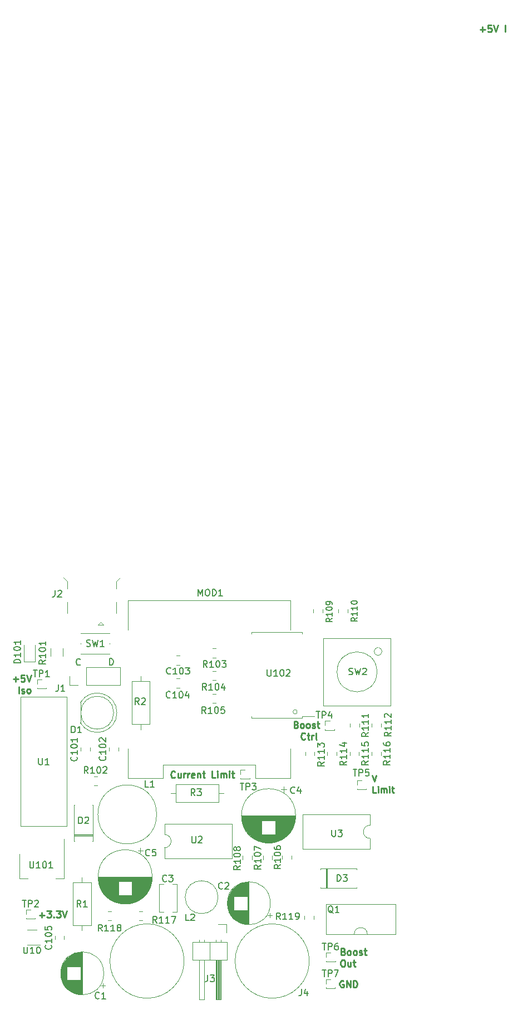
<source format=gbr>
G04 #@! TF.GenerationSoftware,KiCad,Pcbnew,(5.1.2-1)-1*
G04 #@! TF.CreationDate,2019-08-12T16:53:08-07:00*
G04 #@! TF.ProjectId,powersupply,706f7765-7273-4757-9070-6c792e6b6963,rev?*
G04 #@! TF.SameCoordinates,Original*
G04 #@! TF.FileFunction,Legend,Top*
G04 #@! TF.FilePolarity,Positive*
%FSLAX46Y46*%
G04 Gerber Fmt 4.6, Leading zero omitted, Abs format (unit mm)*
G04 Created by KiCad (PCBNEW (5.1.2-1)-1) date 2019-08-12 16:53:08*
%MOMM*%
%LPD*%
G04 APERTURE LIST*
%ADD10C,0.120000*%
%ADD11C,0.150000*%
%ADD12C,0.250000*%
%ADD13C,0.237500*%
G04 APERTURE END LIST*
D10*
X72740000Y-47290000D02*
G75*
G03X72740000Y-47290000I-320000J0D01*
G01*
D11*
X44188095Y-40192380D02*
X44188095Y-39192380D01*
X44426190Y-39192380D01*
X44569047Y-39240000D01*
X44664285Y-39335238D01*
X44711904Y-39430476D01*
X44759523Y-39620952D01*
X44759523Y-39763809D01*
X44711904Y-39954285D01*
X44664285Y-40049523D01*
X44569047Y-40144761D01*
X44426190Y-40192380D01*
X44188095Y-40192380D01*
X39729523Y-40117142D02*
X39681904Y-40164761D01*
X39539047Y-40212380D01*
X39443809Y-40212380D01*
X39300952Y-40164761D01*
X39205714Y-40069523D01*
X39158095Y-39974285D01*
X39110476Y-39783809D01*
X39110476Y-39640952D01*
X39158095Y-39450476D01*
X39205714Y-39355238D01*
X39300952Y-39260000D01*
X39443809Y-39212380D01*
X39539047Y-39212380D01*
X39681904Y-39260000D01*
X39729523Y-39307619D01*
D12*
X29517976Y-42326428D02*
X30279880Y-42326428D01*
X29898928Y-42707380D02*
X29898928Y-41945476D01*
X31232261Y-41707380D02*
X30756071Y-41707380D01*
X30708452Y-42183571D01*
X30756071Y-42135952D01*
X30851309Y-42088333D01*
X31089404Y-42088333D01*
X31184642Y-42135952D01*
X31232261Y-42183571D01*
X31279880Y-42278809D01*
X31279880Y-42516904D01*
X31232261Y-42612142D01*
X31184642Y-42659761D01*
X31089404Y-42707380D01*
X30851309Y-42707380D01*
X30756071Y-42659761D01*
X30708452Y-42612142D01*
X31565595Y-41707380D02*
X31898928Y-42707380D01*
X32232261Y-41707380D01*
X30375119Y-44457380D02*
X30375119Y-43457380D01*
X30803690Y-44409761D02*
X30898928Y-44457380D01*
X31089404Y-44457380D01*
X31184642Y-44409761D01*
X31232261Y-44314523D01*
X31232261Y-44266904D01*
X31184642Y-44171666D01*
X31089404Y-44124047D01*
X30946547Y-44124047D01*
X30851309Y-44076428D01*
X30803690Y-43981190D01*
X30803690Y-43933571D01*
X30851309Y-43838333D01*
X30946547Y-43790714D01*
X31089404Y-43790714D01*
X31184642Y-43838333D01*
X31803690Y-44457380D02*
X31708452Y-44409761D01*
X31660833Y-44362142D01*
X31613214Y-44266904D01*
X31613214Y-43981190D01*
X31660833Y-43885952D01*
X31708452Y-43838333D01*
X31803690Y-43790714D01*
X31946547Y-43790714D01*
X32041785Y-43838333D01*
X32089404Y-43885952D01*
X32137023Y-43981190D01*
X32137023Y-44266904D01*
X32089404Y-44362142D01*
X32041785Y-44409761D01*
X31946547Y-44457380D01*
X31803690Y-44457380D01*
X100565238Y56358571D02*
X101327142Y56358571D01*
X100946190Y55977619D02*
X100946190Y56739523D01*
X102279523Y56977619D02*
X101803333Y56977619D01*
X101755714Y56501428D01*
X101803333Y56549047D01*
X101898571Y56596666D01*
X102136666Y56596666D01*
X102231904Y56549047D01*
X102279523Y56501428D01*
X102327142Y56406190D01*
X102327142Y56168095D01*
X102279523Y56072857D01*
X102231904Y56025238D01*
X102136666Y55977619D01*
X101898571Y55977619D01*
X101803333Y56025238D01*
X101755714Y56072857D01*
X102612857Y56977619D02*
X102946190Y55977619D01*
X103279523Y56977619D01*
X104374761Y55977619D02*
X104374761Y56977619D01*
X72595238Y-49213571D02*
X72738095Y-49261190D01*
X72785714Y-49308809D01*
X72833333Y-49404047D01*
X72833333Y-49546904D01*
X72785714Y-49642142D01*
X72738095Y-49689761D01*
X72642857Y-49737380D01*
X72261904Y-49737380D01*
X72261904Y-48737380D01*
X72595238Y-48737380D01*
X72690476Y-48785000D01*
X72738095Y-48832619D01*
X72785714Y-48927857D01*
X72785714Y-49023095D01*
X72738095Y-49118333D01*
X72690476Y-49165952D01*
X72595238Y-49213571D01*
X72261904Y-49213571D01*
X73404761Y-49737380D02*
X73309523Y-49689761D01*
X73261904Y-49642142D01*
X73214285Y-49546904D01*
X73214285Y-49261190D01*
X73261904Y-49165952D01*
X73309523Y-49118333D01*
X73404761Y-49070714D01*
X73547619Y-49070714D01*
X73642857Y-49118333D01*
X73690476Y-49165952D01*
X73738095Y-49261190D01*
X73738095Y-49546904D01*
X73690476Y-49642142D01*
X73642857Y-49689761D01*
X73547619Y-49737380D01*
X73404761Y-49737380D01*
X74309523Y-49737380D02*
X74214285Y-49689761D01*
X74166666Y-49642142D01*
X74119047Y-49546904D01*
X74119047Y-49261190D01*
X74166666Y-49165952D01*
X74214285Y-49118333D01*
X74309523Y-49070714D01*
X74452380Y-49070714D01*
X74547619Y-49118333D01*
X74595238Y-49165952D01*
X74642857Y-49261190D01*
X74642857Y-49546904D01*
X74595238Y-49642142D01*
X74547619Y-49689761D01*
X74452380Y-49737380D01*
X74309523Y-49737380D01*
X75023809Y-49689761D02*
X75119047Y-49737380D01*
X75309523Y-49737380D01*
X75404761Y-49689761D01*
X75452380Y-49594523D01*
X75452380Y-49546904D01*
X75404761Y-49451666D01*
X75309523Y-49404047D01*
X75166666Y-49404047D01*
X75071428Y-49356428D01*
X75023809Y-49261190D01*
X75023809Y-49213571D01*
X75071428Y-49118333D01*
X75166666Y-49070714D01*
X75309523Y-49070714D01*
X75404761Y-49118333D01*
X75738095Y-49070714D02*
X76119047Y-49070714D01*
X75880952Y-48737380D02*
X75880952Y-49594523D01*
X75928571Y-49689761D01*
X76023809Y-49737380D01*
X76119047Y-49737380D01*
X73952380Y-51392142D02*
X73904761Y-51439761D01*
X73761904Y-51487380D01*
X73666666Y-51487380D01*
X73523809Y-51439761D01*
X73428571Y-51344523D01*
X73380952Y-51249285D01*
X73333333Y-51058809D01*
X73333333Y-50915952D01*
X73380952Y-50725476D01*
X73428571Y-50630238D01*
X73523809Y-50535000D01*
X73666666Y-50487380D01*
X73761904Y-50487380D01*
X73904761Y-50535000D01*
X73952380Y-50582619D01*
X74238095Y-50820714D02*
X74619047Y-50820714D01*
X74380952Y-50487380D02*
X74380952Y-51344523D01*
X74428571Y-51439761D01*
X74523809Y-51487380D01*
X74619047Y-51487380D01*
X74952380Y-51487380D02*
X74952380Y-50820714D01*
X74952380Y-51011190D02*
X75000000Y-50915952D01*
X75047619Y-50868333D01*
X75142857Y-50820714D01*
X75238095Y-50820714D01*
X75714285Y-51487380D02*
X75619047Y-51439761D01*
X75571428Y-51344523D01*
X75571428Y-50487380D01*
X54137142Y-57207142D02*
X54089523Y-57254761D01*
X53946666Y-57302380D01*
X53851428Y-57302380D01*
X53708571Y-57254761D01*
X53613333Y-57159523D01*
X53565714Y-57064285D01*
X53518095Y-56873809D01*
X53518095Y-56730952D01*
X53565714Y-56540476D01*
X53613333Y-56445238D01*
X53708571Y-56350000D01*
X53851428Y-56302380D01*
X53946666Y-56302380D01*
X54089523Y-56350000D01*
X54137142Y-56397619D01*
X54994285Y-56635714D02*
X54994285Y-57302380D01*
X54565714Y-56635714D02*
X54565714Y-57159523D01*
X54613333Y-57254761D01*
X54708571Y-57302380D01*
X54851428Y-57302380D01*
X54946666Y-57254761D01*
X54994285Y-57207142D01*
X55470476Y-57302380D02*
X55470476Y-56635714D01*
X55470476Y-56826190D02*
X55518095Y-56730952D01*
X55565714Y-56683333D01*
X55660952Y-56635714D01*
X55756190Y-56635714D01*
X56089523Y-57302380D02*
X56089523Y-56635714D01*
X56089523Y-56826190D02*
X56137142Y-56730952D01*
X56184761Y-56683333D01*
X56280000Y-56635714D01*
X56375238Y-56635714D01*
X57089523Y-57254761D02*
X56994285Y-57302380D01*
X56803809Y-57302380D01*
X56708571Y-57254761D01*
X56660952Y-57159523D01*
X56660952Y-56778571D01*
X56708571Y-56683333D01*
X56803809Y-56635714D01*
X56994285Y-56635714D01*
X57089523Y-56683333D01*
X57137142Y-56778571D01*
X57137142Y-56873809D01*
X56660952Y-56969047D01*
X57565714Y-56635714D02*
X57565714Y-57302380D01*
X57565714Y-56730952D02*
X57613333Y-56683333D01*
X57708571Y-56635714D01*
X57851428Y-56635714D01*
X57946666Y-56683333D01*
X57994285Y-56778571D01*
X57994285Y-57302380D01*
X58327619Y-56635714D02*
X58708571Y-56635714D01*
X58470476Y-56302380D02*
X58470476Y-57159523D01*
X58518095Y-57254761D01*
X58613333Y-57302380D01*
X58708571Y-57302380D01*
X60280000Y-57302380D02*
X59803809Y-57302380D01*
X59803809Y-56302380D01*
X60613333Y-57302380D02*
X60613333Y-56635714D01*
X60613333Y-56302380D02*
X60565714Y-56350000D01*
X60613333Y-56397619D01*
X60660952Y-56350000D01*
X60613333Y-56302380D01*
X60613333Y-56397619D01*
X61089523Y-57302380D02*
X61089523Y-56635714D01*
X61089523Y-56730952D02*
X61137142Y-56683333D01*
X61232380Y-56635714D01*
X61375238Y-56635714D01*
X61470476Y-56683333D01*
X61518095Y-56778571D01*
X61518095Y-57302380D01*
X61518095Y-56778571D02*
X61565714Y-56683333D01*
X61660952Y-56635714D01*
X61803809Y-56635714D01*
X61899047Y-56683333D01*
X61946666Y-56778571D01*
X61946666Y-57302380D01*
X62422857Y-57302380D02*
X62422857Y-56635714D01*
X62422857Y-56302380D02*
X62375238Y-56350000D01*
X62422857Y-56397619D01*
X62470476Y-56350000D01*
X62422857Y-56302380D01*
X62422857Y-56397619D01*
X62756190Y-56635714D02*
X63137142Y-56635714D01*
X62899047Y-56302380D02*
X62899047Y-57159523D01*
X62946666Y-57254761D01*
X63041904Y-57302380D01*
X63137142Y-57302380D01*
X33520000Y-78151428D02*
X34281904Y-78151428D01*
X33900952Y-78532380D02*
X33900952Y-77770476D01*
X34662857Y-77532380D02*
X35281904Y-77532380D01*
X34948571Y-77913333D01*
X35091428Y-77913333D01*
X35186666Y-77960952D01*
X35234285Y-78008571D01*
X35281904Y-78103809D01*
X35281904Y-78341904D01*
X35234285Y-78437142D01*
X35186666Y-78484761D01*
X35091428Y-78532380D01*
X34805714Y-78532380D01*
X34710476Y-78484761D01*
X34662857Y-78437142D01*
X35710476Y-78437142D02*
X35758095Y-78484761D01*
X35710476Y-78532380D01*
X35662857Y-78484761D01*
X35710476Y-78437142D01*
X35710476Y-78532380D01*
X36091428Y-77532380D02*
X36710476Y-77532380D01*
X36377142Y-77913333D01*
X36520000Y-77913333D01*
X36615238Y-77960952D01*
X36662857Y-78008571D01*
X36710476Y-78103809D01*
X36710476Y-78341904D01*
X36662857Y-78437142D01*
X36615238Y-78484761D01*
X36520000Y-78532380D01*
X36234285Y-78532380D01*
X36139047Y-78484761D01*
X36091428Y-78437142D01*
X36996190Y-77532380D02*
X37329523Y-78532380D01*
X37662857Y-77532380D01*
D13*
X84144851Y-56948511D02*
X84461517Y-57898511D01*
X84778184Y-56948511D01*
X84732946Y-59561011D02*
X84280565Y-59561011D01*
X84280565Y-58611011D01*
X85049613Y-59561011D02*
X85049613Y-58927678D01*
X85049613Y-58611011D02*
X85004375Y-58656250D01*
X85049613Y-58701488D01*
X85094851Y-58656250D01*
X85049613Y-58611011D01*
X85049613Y-58701488D01*
X85501994Y-59561011D02*
X85501994Y-58927678D01*
X85501994Y-59018154D02*
X85547232Y-58972916D01*
X85637708Y-58927678D01*
X85773422Y-58927678D01*
X85863898Y-58972916D01*
X85909136Y-59063392D01*
X85909136Y-59561011D01*
X85909136Y-59063392D02*
X85954375Y-58972916D01*
X86044851Y-58927678D01*
X86180565Y-58927678D01*
X86271041Y-58972916D01*
X86316279Y-59063392D01*
X86316279Y-59561011D01*
X86768660Y-59561011D02*
X86768660Y-58927678D01*
X86768660Y-58611011D02*
X86723422Y-58656250D01*
X86768660Y-58701488D01*
X86813898Y-58656250D01*
X86768660Y-58611011D01*
X86768660Y-58701488D01*
X87085327Y-58927678D02*
X87447232Y-58927678D01*
X87221041Y-58611011D02*
X87221041Y-59425297D01*
X87266279Y-59515773D01*
X87356755Y-59561011D01*
X87447232Y-59561011D01*
D12*
X79753928Y-83693571D02*
X79896785Y-83741190D01*
X79944404Y-83788809D01*
X79992023Y-83884047D01*
X79992023Y-84026904D01*
X79944404Y-84122142D01*
X79896785Y-84169761D01*
X79801547Y-84217380D01*
X79420595Y-84217380D01*
X79420595Y-83217380D01*
X79753928Y-83217380D01*
X79849166Y-83265000D01*
X79896785Y-83312619D01*
X79944404Y-83407857D01*
X79944404Y-83503095D01*
X79896785Y-83598333D01*
X79849166Y-83645952D01*
X79753928Y-83693571D01*
X79420595Y-83693571D01*
X80563452Y-84217380D02*
X80468214Y-84169761D01*
X80420595Y-84122142D01*
X80372976Y-84026904D01*
X80372976Y-83741190D01*
X80420595Y-83645952D01*
X80468214Y-83598333D01*
X80563452Y-83550714D01*
X80706309Y-83550714D01*
X80801547Y-83598333D01*
X80849166Y-83645952D01*
X80896785Y-83741190D01*
X80896785Y-84026904D01*
X80849166Y-84122142D01*
X80801547Y-84169761D01*
X80706309Y-84217380D01*
X80563452Y-84217380D01*
X81468214Y-84217380D02*
X81372976Y-84169761D01*
X81325357Y-84122142D01*
X81277738Y-84026904D01*
X81277738Y-83741190D01*
X81325357Y-83645952D01*
X81372976Y-83598333D01*
X81468214Y-83550714D01*
X81611071Y-83550714D01*
X81706309Y-83598333D01*
X81753928Y-83645952D01*
X81801547Y-83741190D01*
X81801547Y-84026904D01*
X81753928Y-84122142D01*
X81706309Y-84169761D01*
X81611071Y-84217380D01*
X81468214Y-84217380D01*
X82182500Y-84169761D02*
X82277738Y-84217380D01*
X82468214Y-84217380D01*
X82563452Y-84169761D01*
X82611071Y-84074523D01*
X82611071Y-84026904D01*
X82563452Y-83931666D01*
X82468214Y-83884047D01*
X82325357Y-83884047D01*
X82230119Y-83836428D01*
X82182500Y-83741190D01*
X82182500Y-83693571D01*
X82230119Y-83598333D01*
X82325357Y-83550714D01*
X82468214Y-83550714D01*
X82563452Y-83598333D01*
X82896785Y-83550714D02*
X83277738Y-83550714D01*
X83039642Y-83217380D02*
X83039642Y-84074523D01*
X83087261Y-84169761D01*
X83182500Y-84217380D01*
X83277738Y-84217380D01*
X79611071Y-84967380D02*
X79801547Y-84967380D01*
X79896785Y-85015000D01*
X79992023Y-85110238D01*
X80039642Y-85300714D01*
X80039642Y-85634047D01*
X79992023Y-85824523D01*
X79896785Y-85919761D01*
X79801547Y-85967380D01*
X79611071Y-85967380D01*
X79515833Y-85919761D01*
X79420595Y-85824523D01*
X79372976Y-85634047D01*
X79372976Y-85300714D01*
X79420595Y-85110238D01*
X79515833Y-85015000D01*
X79611071Y-84967380D01*
X80896785Y-85300714D02*
X80896785Y-85967380D01*
X80468214Y-85300714D02*
X80468214Y-85824523D01*
X80515833Y-85919761D01*
X80611071Y-85967380D01*
X80753928Y-85967380D01*
X80849166Y-85919761D01*
X80896785Y-85872142D01*
X81230119Y-85300714D02*
X81611071Y-85300714D01*
X81372976Y-84967380D02*
X81372976Y-85824523D01*
X81420595Y-85919761D01*
X81515833Y-85967380D01*
X81611071Y-85967380D01*
X79768095Y-88170000D02*
X79672857Y-88122380D01*
X79530000Y-88122380D01*
X79387142Y-88170000D01*
X79291904Y-88265238D01*
X79244285Y-88360476D01*
X79196666Y-88550952D01*
X79196666Y-88693809D01*
X79244285Y-88884285D01*
X79291904Y-88979523D01*
X79387142Y-89074761D01*
X79530000Y-89122380D01*
X79625238Y-89122380D01*
X79768095Y-89074761D01*
X79815714Y-89027142D01*
X79815714Y-88693809D01*
X79625238Y-88693809D01*
X80244285Y-89122380D02*
X80244285Y-88122380D01*
X80815714Y-89122380D01*
X80815714Y-88122380D01*
X81291904Y-89122380D02*
X81291904Y-88122380D01*
X81530000Y-88122380D01*
X81672857Y-88170000D01*
X81768095Y-88265238D01*
X81815714Y-88360476D01*
X81863333Y-88550952D01*
X81863333Y-88693809D01*
X81815714Y-88884285D01*
X81768095Y-88979523D01*
X81672857Y-89074761D01*
X81530000Y-89122380D01*
X81291904Y-89122380D01*
D10*
X71715000Y-57350000D02*
X71715000Y-52850000D01*
X46975000Y-57350000D02*
X46975000Y-52850000D01*
X52345000Y-57350000D02*
X46995000Y-57350000D01*
X66345000Y-57350000D02*
X71715000Y-57350000D01*
X66345000Y-55350000D02*
X66345000Y-57350000D01*
X52345000Y-55350000D02*
X66345000Y-55350000D01*
X52345000Y-57350000D02*
X52345000Y-55350000D01*
X46995000Y-30350000D02*
X46995000Y-34850000D01*
X71695000Y-30350000D02*
X71695000Y-34850000D01*
X71695000Y-30350000D02*
X46995000Y-30350000D01*
X35220000Y-37597936D02*
X35220000Y-38802064D01*
X37040000Y-37597936D02*
X37040000Y-38802064D01*
X39750000Y-45875000D02*
X39750000Y-48965000D01*
X44810000Y-47420000D02*
G75*
G03X44810000Y-47420000I-2500000J0D01*
G01*
X45300000Y-47419538D02*
G75*
G02X39750000Y-48964830I-2990000J-462D01*
G01*
X45300000Y-47420462D02*
G75*
G03X39750000Y-45875170I-2990000J462D01*
G01*
X77125000Y-87905000D02*
X77820000Y-87905000D01*
X77125000Y-88590000D02*
X77125000Y-87905000D01*
X78428276Y-89275000D02*
X78515000Y-89275000D01*
X77125000Y-89275000D02*
X77211724Y-89275000D01*
X78515000Y-89275000D02*
X78515000Y-89150000D01*
X77125000Y-89275000D02*
X77125000Y-89150000D01*
X77125000Y-89275000D02*
X78515000Y-89275000D01*
X76995000Y-48675000D02*
X77690000Y-48675000D01*
X76995000Y-49360000D02*
X76995000Y-48675000D01*
X78298276Y-50045000D02*
X78385000Y-50045000D01*
X76995000Y-50045000D02*
X77081724Y-50045000D01*
X78385000Y-50045000D02*
X78385000Y-49920000D01*
X76995000Y-50045000D02*
X76995000Y-49920000D01*
X76995000Y-50045000D02*
X78385000Y-50045000D01*
X81855000Y-57715000D02*
X82550000Y-57715000D01*
X81855000Y-58400000D02*
X81855000Y-57715000D01*
X83158276Y-59085000D02*
X83245000Y-59085000D01*
X81855000Y-59085000D02*
X81941724Y-59085000D01*
X83245000Y-59085000D02*
X83245000Y-58960000D01*
X81855000Y-59085000D02*
X81855000Y-58960000D01*
X81855000Y-59085000D02*
X83245000Y-59085000D01*
X64105000Y-56105000D02*
X64800000Y-56105000D01*
X64105000Y-56790000D02*
X64105000Y-56105000D01*
X65408276Y-57475000D02*
X65495000Y-57475000D01*
X64105000Y-57475000D02*
X64191724Y-57475000D01*
X65495000Y-57475000D02*
X65495000Y-57350000D01*
X64105000Y-57475000D02*
X64105000Y-57350000D01*
X64105000Y-57475000D02*
X65495000Y-57475000D01*
X31485000Y-77345000D02*
X32180000Y-77345000D01*
X31485000Y-78030000D02*
X31485000Y-77345000D01*
X32788276Y-78715000D02*
X32875000Y-78715000D01*
X31485000Y-78715000D02*
X31571724Y-78715000D01*
X32875000Y-78715000D02*
X32875000Y-78590000D01*
X31485000Y-78715000D02*
X31485000Y-78590000D01*
X31485000Y-78715000D02*
X32875000Y-78715000D01*
X33165000Y-42385000D02*
X33860000Y-42385000D01*
X33165000Y-43070000D02*
X33165000Y-42385000D01*
X34468276Y-43755000D02*
X34555000Y-43755000D01*
X33165000Y-43755000D02*
X33251724Y-43755000D01*
X34555000Y-43755000D02*
X34555000Y-43630000D01*
X33165000Y-43755000D02*
X33165000Y-43630000D01*
X33165000Y-43755000D02*
X34555000Y-43755000D01*
X77145000Y-83855000D02*
X77840000Y-83855000D01*
X77145000Y-84540000D02*
X77145000Y-83855000D01*
X78448276Y-85225000D02*
X78535000Y-85225000D01*
X77145000Y-85225000D02*
X77231724Y-85225000D01*
X78535000Y-85225000D02*
X78535000Y-85100000D01*
X77145000Y-85225000D02*
X77145000Y-85100000D01*
X77145000Y-85225000D02*
X78535000Y-85225000D01*
X48950000Y-41880000D02*
X48950000Y-42650000D01*
X48950000Y-49960000D02*
X48950000Y-49190000D01*
X47580000Y-42650000D02*
X47580000Y-49190000D01*
X50320000Y-42650000D02*
X47580000Y-42650000D01*
X50320000Y-49190000D02*
X50320000Y-42650000D01*
X47580000Y-49190000D02*
X50320000Y-49190000D01*
X35860000Y-81858578D02*
X35860000Y-81341422D01*
X37280000Y-81858578D02*
X37280000Y-81341422D01*
X83820000Y-68160000D02*
X83820000Y-66510000D01*
X73540000Y-68160000D02*
X83820000Y-68160000D01*
X73540000Y-62860000D02*
X73540000Y-68160000D01*
X83820000Y-62860000D02*
X73540000Y-62860000D01*
X83820000Y-64510000D02*
X83820000Y-62860000D01*
X83820000Y-66510000D02*
G75*
G02X83820000Y-64510000I0J1000000D01*
G01*
X33070000Y-80370000D02*
X31670000Y-80370000D01*
X31670000Y-82690000D02*
X33570000Y-82690000D01*
X52550000Y-64280000D02*
X52550000Y-65930000D01*
X62830000Y-64280000D02*
X52550000Y-64280000D01*
X62830000Y-69580000D02*
X62830000Y-64280000D01*
X52550000Y-69580000D02*
X62830000Y-69580000D01*
X52550000Y-67930000D02*
X52550000Y-69580000D01*
X52550000Y-65930000D02*
G75*
G02X52550000Y-67930000I0J-1000000D01*
G01*
X80765000Y-49071422D02*
X80765000Y-49588578D01*
X82185000Y-49071422D02*
X82185000Y-49588578D01*
X85520000Y-49578578D02*
X85520000Y-49061422D01*
X84100000Y-49578578D02*
X84100000Y-49061422D01*
X84050000Y-53351422D02*
X84050000Y-53868578D01*
X85470000Y-53351422D02*
X85470000Y-53868578D01*
X82150000Y-53868578D02*
X82150000Y-53351422D01*
X80730000Y-53868578D02*
X80730000Y-53351422D01*
X75260000Y-78798578D02*
X75260000Y-78281422D01*
X73840000Y-78798578D02*
X73840000Y-78281422D01*
X78750000Y-53918578D02*
X78750000Y-53401422D01*
X77330000Y-53918578D02*
X77330000Y-53401422D01*
X73960000Y-53401422D02*
X73960000Y-53918578D01*
X75380000Y-53401422D02*
X75380000Y-53918578D01*
X48691422Y-78980000D02*
X49208578Y-78980000D01*
X48691422Y-77560000D02*
X49208578Y-77560000D01*
X43971422Y-78980000D02*
X44488578Y-78980000D01*
X43971422Y-77560000D02*
X44488578Y-77560000D01*
X64470000Y-69171422D02*
X64470000Y-69688578D01*
X65890000Y-69171422D02*
X65890000Y-69688578D01*
X67520000Y-69171422D02*
X67520000Y-69688578D01*
X68940000Y-69171422D02*
X68940000Y-69688578D01*
X70470000Y-69141422D02*
X70470000Y-69658578D01*
X71890000Y-69141422D02*
X71890000Y-69658578D01*
X42348578Y-58490000D02*
X41831422Y-58490000D01*
X42348578Y-57070000D02*
X41831422Y-57070000D01*
X60690000Y-75440000D02*
G75*
G03X60690000Y-75440000I-2500000J0D01*
G01*
X61980000Y-79570000D02*
X61980000Y-80840000D01*
X60710000Y-79570000D02*
X61980000Y-79570000D01*
X57790000Y-81882929D02*
X57790000Y-82280000D01*
X58550000Y-81882929D02*
X58550000Y-82280000D01*
X57790000Y-90940000D02*
X57790000Y-84940000D01*
X58550000Y-90940000D02*
X57790000Y-90940000D01*
X58550000Y-84940000D02*
X58550000Y-90940000D01*
X59440000Y-82280000D02*
X59440000Y-84940000D01*
X60330000Y-81950000D02*
X60330000Y-82280000D01*
X61090000Y-81950000D02*
X61090000Y-82280000D01*
X60430000Y-84940000D02*
X60430000Y-90940000D01*
X60550000Y-84940000D02*
X60550000Y-90940000D01*
X60670000Y-84940000D02*
X60670000Y-90940000D01*
X60790000Y-84940000D02*
X60790000Y-90940000D01*
X60910000Y-84940000D02*
X60910000Y-90940000D01*
X61030000Y-84940000D02*
X61030000Y-90940000D01*
X60330000Y-90940000D02*
X60330000Y-84940000D01*
X61090000Y-90940000D02*
X60330000Y-90940000D01*
X61090000Y-84940000D02*
X61090000Y-90940000D01*
X62040000Y-84940000D02*
X62040000Y-82280000D01*
X56840000Y-84940000D02*
X62040000Y-84940000D01*
X56840000Y-82280000D02*
X56840000Y-84940000D01*
X62040000Y-82280000D02*
X56840000Y-82280000D01*
X31170000Y-39680000D02*
X31170000Y-37130000D01*
X32870000Y-39680000D02*
X32870000Y-37130000D01*
X31170000Y-39680000D02*
X32870000Y-39680000D01*
X43215241Y-89164000D02*
X43215241Y-88534000D01*
X43530241Y-88849000D02*
X42900241Y-88849000D01*
X36789000Y-87412000D02*
X36789000Y-86608000D01*
X36829000Y-87643000D02*
X36829000Y-86377000D01*
X36869000Y-87812000D02*
X36869000Y-86208000D01*
X36909000Y-87950000D02*
X36909000Y-86070000D01*
X36949000Y-88069000D02*
X36949000Y-85951000D01*
X36989000Y-88175000D02*
X36989000Y-85845000D01*
X37029000Y-88272000D02*
X37029000Y-85748000D01*
X37069000Y-88360000D02*
X37069000Y-85660000D01*
X37109000Y-88442000D02*
X37109000Y-85578000D01*
X37149000Y-88519000D02*
X37149000Y-85501000D01*
X37189000Y-88591000D02*
X37189000Y-85429000D01*
X37229000Y-88660000D02*
X37229000Y-85360000D01*
X37269000Y-88724000D02*
X37269000Y-85296000D01*
X37309000Y-88786000D02*
X37309000Y-85234000D01*
X37349000Y-88844000D02*
X37349000Y-85176000D01*
X37389000Y-88900000D02*
X37389000Y-85120000D01*
X37429000Y-88954000D02*
X37429000Y-85066000D01*
X37469000Y-89005000D02*
X37469000Y-85015000D01*
X37509000Y-89054000D02*
X37509000Y-84966000D01*
X37549000Y-89102000D02*
X37549000Y-84918000D01*
X37589000Y-89147000D02*
X37589000Y-84873000D01*
X37629000Y-89192000D02*
X37629000Y-84828000D01*
X37669000Y-89234000D02*
X37669000Y-84786000D01*
X37709000Y-89275000D02*
X37709000Y-84745000D01*
X37749000Y-85970000D02*
X37749000Y-84705000D01*
X37749000Y-89315000D02*
X37749000Y-88050000D01*
X37789000Y-85970000D02*
X37789000Y-84667000D01*
X37789000Y-89353000D02*
X37789000Y-88050000D01*
X37829000Y-85970000D02*
X37829000Y-84630000D01*
X37829000Y-89390000D02*
X37829000Y-88050000D01*
X37869000Y-85970000D02*
X37869000Y-84594000D01*
X37869000Y-89426000D02*
X37869000Y-88050000D01*
X37909000Y-85970000D02*
X37909000Y-84560000D01*
X37909000Y-89460000D02*
X37909000Y-88050000D01*
X37949000Y-85970000D02*
X37949000Y-84526000D01*
X37949000Y-89494000D02*
X37949000Y-88050000D01*
X37989000Y-85970000D02*
X37989000Y-84494000D01*
X37989000Y-89526000D02*
X37989000Y-88050000D01*
X38029000Y-85970000D02*
X38029000Y-84462000D01*
X38029000Y-89558000D02*
X38029000Y-88050000D01*
X38069000Y-85970000D02*
X38069000Y-84432000D01*
X38069000Y-89588000D02*
X38069000Y-88050000D01*
X38109000Y-85970000D02*
X38109000Y-84403000D01*
X38109000Y-89617000D02*
X38109000Y-88050000D01*
X38149000Y-85970000D02*
X38149000Y-84374000D01*
X38149000Y-89646000D02*
X38149000Y-88050000D01*
X38189000Y-85970000D02*
X38189000Y-84346000D01*
X38189000Y-89674000D02*
X38189000Y-88050000D01*
X38229000Y-85970000D02*
X38229000Y-84320000D01*
X38229000Y-89700000D02*
X38229000Y-88050000D01*
X38269000Y-85970000D02*
X38269000Y-84294000D01*
X38269000Y-89726000D02*
X38269000Y-88050000D01*
X38309000Y-85970000D02*
X38309000Y-84268000D01*
X38309000Y-89752000D02*
X38309000Y-88050000D01*
X38349000Y-85970000D02*
X38349000Y-84244000D01*
X38349000Y-89776000D02*
X38349000Y-88050000D01*
X38389000Y-85970000D02*
X38389000Y-84220000D01*
X38389000Y-89800000D02*
X38389000Y-88050000D01*
X38429000Y-85970000D02*
X38429000Y-84198000D01*
X38429000Y-89822000D02*
X38429000Y-88050000D01*
X38469000Y-85970000D02*
X38469000Y-84176000D01*
X38469000Y-89844000D02*
X38469000Y-88050000D01*
X38509000Y-85970000D02*
X38509000Y-84154000D01*
X38509000Y-89866000D02*
X38509000Y-88050000D01*
X38549000Y-85970000D02*
X38549000Y-84134000D01*
X38549000Y-89886000D02*
X38549000Y-88050000D01*
X38589000Y-85970000D02*
X38589000Y-84114000D01*
X38589000Y-89906000D02*
X38589000Y-88050000D01*
X38629000Y-85970000D02*
X38629000Y-84094000D01*
X38629000Y-89926000D02*
X38629000Y-88050000D01*
X38669000Y-85970000D02*
X38669000Y-84076000D01*
X38669000Y-89944000D02*
X38669000Y-88050000D01*
X38709000Y-85970000D02*
X38709000Y-84058000D01*
X38709000Y-89962000D02*
X38709000Y-88050000D01*
X38749000Y-85970000D02*
X38749000Y-84040000D01*
X38749000Y-89980000D02*
X38749000Y-88050000D01*
X38789000Y-85970000D02*
X38789000Y-84024000D01*
X38789000Y-89996000D02*
X38789000Y-88050000D01*
X38829000Y-85970000D02*
X38829000Y-84008000D01*
X38829000Y-90012000D02*
X38829000Y-88050000D01*
X38869000Y-85970000D02*
X38869000Y-83992000D01*
X38869000Y-90028000D02*
X38869000Y-88050000D01*
X38909000Y-85970000D02*
X38909000Y-83977000D01*
X38909000Y-90043000D02*
X38909000Y-88050000D01*
X38949000Y-85970000D02*
X38949000Y-83963000D01*
X38949000Y-90057000D02*
X38949000Y-88050000D01*
X38989000Y-85970000D02*
X38989000Y-83949000D01*
X38989000Y-90071000D02*
X38989000Y-88050000D01*
X39029000Y-85970000D02*
X39029000Y-83936000D01*
X39029000Y-90084000D02*
X39029000Y-88050000D01*
X39069000Y-85970000D02*
X39069000Y-83924000D01*
X39069000Y-90096000D02*
X39069000Y-88050000D01*
X39109000Y-85970000D02*
X39109000Y-83912000D01*
X39109000Y-90108000D02*
X39109000Y-88050000D01*
X39149000Y-85970000D02*
X39149000Y-83900000D01*
X39149000Y-90120000D02*
X39149000Y-88050000D01*
X39189000Y-85970000D02*
X39189000Y-83889000D01*
X39189000Y-90131000D02*
X39189000Y-88050000D01*
X39229000Y-85970000D02*
X39229000Y-83879000D01*
X39229000Y-90141000D02*
X39229000Y-88050000D01*
X39269000Y-85970000D02*
X39269000Y-83869000D01*
X39269000Y-90151000D02*
X39269000Y-88050000D01*
X39309000Y-85970000D02*
X39309000Y-83860000D01*
X39309000Y-90160000D02*
X39309000Y-88050000D01*
X39350000Y-85970000D02*
X39350000Y-83851000D01*
X39350000Y-90169000D02*
X39350000Y-88050000D01*
X39390000Y-85970000D02*
X39390000Y-83843000D01*
X39390000Y-90177000D02*
X39390000Y-88050000D01*
X39430000Y-85970000D02*
X39430000Y-83835000D01*
X39430000Y-90185000D02*
X39430000Y-88050000D01*
X39470000Y-85970000D02*
X39470000Y-83828000D01*
X39470000Y-90192000D02*
X39470000Y-88050000D01*
X39510000Y-85970000D02*
X39510000Y-83821000D01*
X39510000Y-90199000D02*
X39510000Y-88050000D01*
X39550000Y-85970000D02*
X39550000Y-83815000D01*
X39550000Y-90205000D02*
X39550000Y-88050000D01*
X39590000Y-85970000D02*
X39590000Y-83809000D01*
X39590000Y-90211000D02*
X39590000Y-88050000D01*
X39630000Y-85970000D02*
X39630000Y-83804000D01*
X39630000Y-90216000D02*
X39630000Y-88050000D01*
X39670000Y-85970000D02*
X39670000Y-83799000D01*
X39670000Y-90221000D02*
X39670000Y-88050000D01*
X39710000Y-85970000D02*
X39710000Y-83795000D01*
X39710000Y-90225000D02*
X39710000Y-88050000D01*
X39750000Y-85970000D02*
X39750000Y-83792000D01*
X39750000Y-90228000D02*
X39750000Y-88050000D01*
X39790000Y-85970000D02*
X39790000Y-83788000D01*
X39790000Y-90232000D02*
X39790000Y-88050000D01*
X39830000Y-90234000D02*
X39830000Y-83786000D01*
X39870000Y-90237000D02*
X39870000Y-83783000D01*
X39910000Y-90238000D02*
X39910000Y-83782000D01*
X39950000Y-90240000D02*
X39950000Y-83780000D01*
X39990000Y-90240000D02*
X39990000Y-83780000D01*
X40030000Y-90240000D02*
X40030000Y-83780000D01*
X43300000Y-87010000D02*
G75*
G03X43300000Y-87010000I-3270000J0D01*
G01*
X68565241Y-78514000D02*
X68565241Y-77884000D01*
X68880241Y-78199000D02*
X68250241Y-78199000D01*
X62139000Y-76762000D02*
X62139000Y-75958000D01*
X62179000Y-76993000D02*
X62179000Y-75727000D01*
X62219000Y-77162000D02*
X62219000Y-75558000D01*
X62259000Y-77300000D02*
X62259000Y-75420000D01*
X62299000Y-77419000D02*
X62299000Y-75301000D01*
X62339000Y-77525000D02*
X62339000Y-75195000D01*
X62379000Y-77622000D02*
X62379000Y-75098000D01*
X62419000Y-77710000D02*
X62419000Y-75010000D01*
X62459000Y-77792000D02*
X62459000Y-74928000D01*
X62499000Y-77869000D02*
X62499000Y-74851000D01*
X62539000Y-77941000D02*
X62539000Y-74779000D01*
X62579000Y-78010000D02*
X62579000Y-74710000D01*
X62619000Y-78074000D02*
X62619000Y-74646000D01*
X62659000Y-78136000D02*
X62659000Y-74584000D01*
X62699000Y-78194000D02*
X62699000Y-74526000D01*
X62739000Y-78250000D02*
X62739000Y-74470000D01*
X62779000Y-78304000D02*
X62779000Y-74416000D01*
X62819000Y-78355000D02*
X62819000Y-74365000D01*
X62859000Y-78404000D02*
X62859000Y-74316000D01*
X62899000Y-78452000D02*
X62899000Y-74268000D01*
X62939000Y-78497000D02*
X62939000Y-74223000D01*
X62979000Y-78542000D02*
X62979000Y-74178000D01*
X63019000Y-78584000D02*
X63019000Y-74136000D01*
X63059000Y-78625000D02*
X63059000Y-74095000D01*
X63099000Y-75320000D02*
X63099000Y-74055000D01*
X63099000Y-78665000D02*
X63099000Y-77400000D01*
X63139000Y-75320000D02*
X63139000Y-74017000D01*
X63139000Y-78703000D02*
X63139000Y-77400000D01*
X63179000Y-75320000D02*
X63179000Y-73980000D01*
X63179000Y-78740000D02*
X63179000Y-77400000D01*
X63219000Y-75320000D02*
X63219000Y-73944000D01*
X63219000Y-78776000D02*
X63219000Y-77400000D01*
X63259000Y-75320000D02*
X63259000Y-73910000D01*
X63259000Y-78810000D02*
X63259000Y-77400000D01*
X63299000Y-75320000D02*
X63299000Y-73876000D01*
X63299000Y-78844000D02*
X63299000Y-77400000D01*
X63339000Y-75320000D02*
X63339000Y-73844000D01*
X63339000Y-78876000D02*
X63339000Y-77400000D01*
X63379000Y-75320000D02*
X63379000Y-73812000D01*
X63379000Y-78908000D02*
X63379000Y-77400000D01*
X63419000Y-75320000D02*
X63419000Y-73782000D01*
X63419000Y-78938000D02*
X63419000Y-77400000D01*
X63459000Y-75320000D02*
X63459000Y-73753000D01*
X63459000Y-78967000D02*
X63459000Y-77400000D01*
X63499000Y-75320000D02*
X63499000Y-73724000D01*
X63499000Y-78996000D02*
X63499000Y-77400000D01*
X63539000Y-75320000D02*
X63539000Y-73696000D01*
X63539000Y-79024000D02*
X63539000Y-77400000D01*
X63579000Y-75320000D02*
X63579000Y-73670000D01*
X63579000Y-79050000D02*
X63579000Y-77400000D01*
X63619000Y-75320000D02*
X63619000Y-73644000D01*
X63619000Y-79076000D02*
X63619000Y-77400000D01*
X63659000Y-75320000D02*
X63659000Y-73618000D01*
X63659000Y-79102000D02*
X63659000Y-77400000D01*
X63699000Y-75320000D02*
X63699000Y-73594000D01*
X63699000Y-79126000D02*
X63699000Y-77400000D01*
X63739000Y-75320000D02*
X63739000Y-73570000D01*
X63739000Y-79150000D02*
X63739000Y-77400000D01*
X63779000Y-75320000D02*
X63779000Y-73548000D01*
X63779000Y-79172000D02*
X63779000Y-77400000D01*
X63819000Y-75320000D02*
X63819000Y-73526000D01*
X63819000Y-79194000D02*
X63819000Y-77400000D01*
X63859000Y-75320000D02*
X63859000Y-73504000D01*
X63859000Y-79216000D02*
X63859000Y-77400000D01*
X63899000Y-75320000D02*
X63899000Y-73484000D01*
X63899000Y-79236000D02*
X63899000Y-77400000D01*
X63939000Y-75320000D02*
X63939000Y-73464000D01*
X63939000Y-79256000D02*
X63939000Y-77400000D01*
X63979000Y-75320000D02*
X63979000Y-73444000D01*
X63979000Y-79276000D02*
X63979000Y-77400000D01*
X64019000Y-75320000D02*
X64019000Y-73426000D01*
X64019000Y-79294000D02*
X64019000Y-77400000D01*
X64059000Y-75320000D02*
X64059000Y-73408000D01*
X64059000Y-79312000D02*
X64059000Y-77400000D01*
X64099000Y-75320000D02*
X64099000Y-73390000D01*
X64099000Y-79330000D02*
X64099000Y-77400000D01*
X64139000Y-75320000D02*
X64139000Y-73374000D01*
X64139000Y-79346000D02*
X64139000Y-77400000D01*
X64179000Y-75320000D02*
X64179000Y-73358000D01*
X64179000Y-79362000D02*
X64179000Y-77400000D01*
X64219000Y-75320000D02*
X64219000Y-73342000D01*
X64219000Y-79378000D02*
X64219000Y-77400000D01*
X64259000Y-75320000D02*
X64259000Y-73327000D01*
X64259000Y-79393000D02*
X64259000Y-77400000D01*
X64299000Y-75320000D02*
X64299000Y-73313000D01*
X64299000Y-79407000D02*
X64299000Y-77400000D01*
X64339000Y-75320000D02*
X64339000Y-73299000D01*
X64339000Y-79421000D02*
X64339000Y-77400000D01*
X64379000Y-75320000D02*
X64379000Y-73286000D01*
X64379000Y-79434000D02*
X64379000Y-77400000D01*
X64419000Y-75320000D02*
X64419000Y-73274000D01*
X64419000Y-79446000D02*
X64419000Y-77400000D01*
X64459000Y-75320000D02*
X64459000Y-73262000D01*
X64459000Y-79458000D02*
X64459000Y-77400000D01*
X64499000Y-75320000D02*
X64499000Y-73250000D01*
X64499000Y-79470000D02*
X64499000Y-77400000D01*
X64539000Y-75320000D02*
X64539000Y-73239000D01*
X64539000Y-79481000D02*
X64539000Y-77400000D01*
X64579000Y-75320000D02*
X64579000Y-73229000D01*
X64579000Y-79491000D02*
X64579000Y-77400000D01*
X64619000Y-75320000D02*
X64619000Y-73219000D01*
X64619000Y-79501000D02*
X64619000Y-77400000D01*
X64659000Y-75320000D02*
X64659000Y-73210000D01*
X64659000Y-79510000D02*
X64659000Y-77400000D01*
X64700000Y-75320000D02*
X64700000Y-73201000D01*
X64700000Y-79519000D02*
X64700000Y-77400000D01*
X64740000Y-75320000D02*
X64740000Y-73193000D01*
X64740000Y-79527000D02*
X64740000Y-77400000D01*
X64780000Y-75320000D02*
X64780000Y-73185000D01*
X64780000Y-79535000D02*
X64780000Y-77400000D01*
X64820000Y-75320000D02*
X64820000Y-73178000D01*
X64820000Y-79542000D02*
X64820000Y-77400000D01*
X64860000Y-75320000D02*
X64860000Y-73171000D01*
X64860000Y-79549000D02*
X64860000Y-77400000D01*
X64900000Y-75320000D02*
X64900000Y-73165000D01*
X64900000Y-79555000D02*
X64900000Y-77400000D01*
X64940000Y-75320000D02*
X64940000Y-73159000D01*
X64940000Y-79561000D02*
X64940000Y-77400000D01*
X64980000Y-75320000D02*
X64980000Y-73154000D01*
X64980000Y-79566000D02*
X64980000Y-77400000D01*
X65020000Y-75320000D02*
X65020000Y-73149000D01*
X65020000Y-79571000D02*
X65020000Y-77400000D01*
X65060000Y-75320000D02*
X65060000Y-73145000D01*
X65060000Y-79575000D02*
X65060000Y-77400000D01*
X65100000Y-75320000D02*
X65100000Y-73142000D01*
X65100000Y-79578000D02*
X65100000Y-77400000D01*
X65140000Y-75320000D02*
X65140000Y-73138000D01*
X65140000Y-79582000D02*
X65140000Y-77400000D01*
X65180000Y-79584000D02*
X65180000Y-73136000D01*
X65220000Y-79587000D02*
X65220000Y-73133000D01*
X65260000Y-79588000D02*
X65260000Y-73132000D01*
X65300000Y-79590000D02*
X65300000Y-73130000D01*
X65340000Y-79590000D02*
X65340000Y-73130000D01*
X65380000Y-79590000D02*
X65380000Y-73130000D01*
X68650000Y-76360000D02*
G75*
G03X68650000Y-76360000I-3270000J0D01*
G01*
X49275000Y-68350302D02*
X48475000Y-68350302D01*
X48875000Y-67950302D02*
X48875000Y-68750302D01*
X47093000Y-76441000D02*
X46027000Y-76441000D01*
X47328000Y-76401000D02*
X45792000Y-76401000D01*
X47508000Y-76361000D02*
X45612000Y-76361000D01*
X47658000Y-76321000D02*
X45462000Y-76321000D01*
X47789000Y-76281000D02*
X45331000Y-76281000D01*
X47906000Y-76241000D02*
X45214000Y-76241000D01*
X48013000Y-76201000D02*
X45107000Y-76201000D01*
X48112000Y-76161000D02*
X45008000Y-76161000D01*
X48205000Y-76121000D02*
X44915000Y-76121000D01*
X48291000Y-76081000D02*
X44829000Y-76081000D01*
X48373000Y-76041000D02*
X44747000Y-76041000D01*
X48450000Y-76001000D02*
X44670000Y-76001000D01*
X48524000Y-75961000D02*
X44596000Y-75961000D01*
X48594000Y-75921000D02*
X44526000Y-75921000D01*
X48662000Y-75881000D02*
X44458000Y-75881000D01*
X48726000Y-75841000D02*
X44394000Y-75841000D01*
X48788000Y-75801000D02*
X44332000Y-75801000D01*
X48847000Y-75761000D02*
X44273000Y-75761000D01*
X48905000Y-75721000D02*
X44215000Y-75721000D01*
X48960000Y-75681000D02*
X44160000Y-75681000D01*
X49014000Y-75641000D02*
X44106000Y-75641000D01*
X49065000Y-75601000D02*
X44055000Y-75601000D01*
X49116000Y-75561000D02*
X44004000Y-75561000D01*
X49164000Y-75521000D02*
X43956000Y-75521000D01*
X49211000Y-75481000D02*
X43909000Y-75481000D01*
X49257000Y-75441000D02*
X43863000Y-75441000D01*
X49301000Y-75401000D02*
X43819000Y-75401000D01*
X49344000Y-75361000D02*
X43776000Y-75361000D01*
X49386000Y-75321000D02*
X43734000Y-75321000D01*
X49427000Y-75281000D02*
X43693000Y-75281000D01*
X49467000Y-75241000D02*
X43653000Y-75241000D01*
X49505000Y-75201000D02*
X43615000Y-75201000D01*
X49543000Y-75161000D02*
X43577000Y-75161000D01*
X45520000Y-75121000D02*
X43541000Y-75121000D01*
X49579000Y-75121000D02*
X47600000Y-75121000D01*
X45520000Y-75081000D02*
X43505000Y-75081000D01*
X49615000Y-75081000D02*
X47600000Y-75081000D01*
X45520000Y-75041000D02*
X43470000Y-75041000D01*
X49650000Y-75041000D02*
X47600000Y-75041000D01*
X45520000Y-75001000D02*
X43436000Y-75001000D01*
X49684000Y-75001000D02*
X47600000Y-75001000D01*
X45520000Y-74961000D02*
X43404000Y-74961000D01*
X49716000Y-74961000D02*
X47600000Y-74961000D01*
X45520000Y-74921000D02*
X43371000Y-74921000D01*
X49749000Y-74921000D02*
X47600000Y-74921000D01*
X45520000Y-74881000D02*
X43340000Y-74881000D01*
X49780000Y-74881000D02*
X47600000Y-74881000D01*
X45520000Y-74841000D02*
X43310000Y-74841000D01*
X49810000Y-74841000D02*
X47600000Y-74841000D01*
X45520000Y-74801000D02*
X43280000Y-74801000D01*
X49840000Y-74801000D02*
X47600000Y-74801000D01*
X45520000Y-74761000D02*
X43251000Y-74761000D01*
X49869000Y-74761000D02*
X47600000Y-74761000D01*
X45520000Y-74721000D02*
X43222000Y-74721000D01*
X49898000Y-74721000D02*
X47600000Y-74721000D01*
X45520000Y-74681000D02*
X43195000Y-74681000D01*
X49925000Y-74681000D02*
X47600000Y-74681000D01*
X45520000Y-74641000D02*
X43168000Y-74641000D01*
X49952000Y-74641000D02*
X47600000Y-74641000D01*
X45520000Y-74601000D02*
X43142000Y-74601000D01*
X49978000Y-74601000D02*
X47600000Y-74601000D01*
X45520000Y-74561000D02*
X43116000Y-74561000D01*
X50004000Y-74561000D02*
X47600000Y-74561000D01*
X45520000Y-74521000D02*
X43091000Y-74521000D01*
X50029000Y-74521000D02*
X47600000Y-74521000D01*
X45520000Y-74481000D02*
X43067000Y-74481000D01*
X50053000Y-74481000D02*
X47600000Y-74481000D01*
X45520000Y-74441000D02*
X43043000Y-74441000D01*
X50077000Y-74441000D02*
X47600000Y-74441000D01*
X45520000Y-74401000D02*
X43020000Y-74401000D01*
X50100000Y-74401000D02*
X47600000Y-74401000D01*
X45520000Y-74361000D02*
X42998000Y-74361000D01*
X50122000Y-74361000D02*
X47600000Y-74361000D01*
X45520000Y-74321000D02*
X42976000Y-74321000D01*
X50144000Y-74321000D02*
X47600000Y-74321000D01*
X45520000Y-74281000D02*
X42954000Y-74281000D01*
X50166000Y-74281000D02*
X47600000Y-74281000D01*
X45520000Y-74241000D02*
X42933000Y-74241000D01*
X50187000Y-74241000D02*
X47600000Y-74241000D01*
X45520000Y-74201000D02*
X42913000Y-74201000D01*
X50207000Y-74201000D02*
X47600000Y-74201000D01*
X45520000Y-74161000D02*
X42894000Y-74161000D01*
X50226000Y-74161000D02*
X47600000Y-74161000D01*
X45520000Y-74121000D02*
X42874000Y-74121000D01*
X50246000Y-74121000D02*
X47600000Y-74121000D01*
X45520000Y-74081000D02*
X42856000Y-74081000D01*
X50264000Y-74081000D02*
X47600000Y-74081000D01*
X45520000Y-74041000D02*
X42838000Y-74041000D01*
X50282000Y-74041000D02*
X47600000Y-74041000D01*
X45520000Y-74001000D02*
X42820000Y-74001000D01*
X50300000Y-74001000D02*
X47600000Y-74001000D01*
X45520000Y-73961000D02*
X42803000Y-73961000D01*
X50317000Y-73961000D02*
X47600000Y-73961000D01*
X45520000Y-73921000D02*
X42786000Y-73921000D01*
X50334000Y-73921000D02*
X47600000Y-73921000D01*
X45520000Y-73881000D02*
X42770000Y-73881000D01*
X50350000Y-73881000D02*
X47600000Y-73881000D01*
X45520000Y-73841000D02*
X42755000Y-73841000D01*
X50365000Y-73841000D02*
X47600000Y-73841000D01*
X45520000Y-73801000D02*
X42739000Y-73801000D01*
X50381000Y-73801000D02*
X47600000Y-73801000D01*
X45520000Y-73761000D02*
X42725000Y-73761000D01*
X50395000Y-73761000D02*
X47600000Y-73761000D01*
X45520000Y-73721000D02*
X42710000Y-73721000D01*
X50410000Y-73721000D02*
X47600000Y-73721000D01*
X45520000Y-73681000D02*
X42697000Y-73681000D01*
X50423000Y-73681000D02*
X47600000Y-73681000D01*
X45520000Y-73641000D02*
X42683000Y-73641000D01*
X50437000Y-73641000D02*
X47600000Y-73641000D01*
X45520000Y-73601000D02*
X42671000Y-73601000D01*
X50449000Y-73601000D02*
X47600000Y-73601000D01*
X45520000Y-73561000D02*
X42658000Y-73561000D01*
X50462000Y-73561000D02*
X47600000Y-73561000D01*
X45520000Y-73521000D02*
X42646000Y-73521000D01*
X50474000Y-73521000D02*
X47600000Y-73521000D01*
X45520000Y-73481000D02*
X42635000Y-73481000D01*
X50485000Y-73481000D02*
X47600000Y-73481000D01*
X45520000Y-73441000D02*
X42624000Y-73441000D01*
X50496000Y-73441000D02*
X47600000Y-73441000D01*
X45520000Y-73401000D02*
X42613000Y-73401000D01*
X50507000Y-73401000D02*
X47600000Y-73401000D01*
X45520000Y-73361000D02*
X42603000Y-73361000D01*
X50517000Y-73361000D02*
X47600000Y-73361000D01*
X45520000Y-73321000D02*
X42593000Y-73321000D01*
X50527000Y-73321000D02*
X47600000Y-73321000D01*
X45520000Y-73281000D02*
X42584000Y-73281000D01*
X50536000Y-73281000D02*
X47600000Y-73281000D01*
X45520000Y-73241000D02*
X42575000Y-73241000D01*
X50545000Y-73241000D02*
X47600000Y-73241000D01*
X45520000Y-73201000D02*
X42566000Y-73201000D01*
X50554000Y-73201000D02*
X47600000Y-73201000D01*
X45520000Y-73161000D02*
X42558000Y-73161000D01*
X50562000Y-73161000D02*
X47600000Y-73161000D01*
X45520000Y-73121000D02*
X42550000Y-73121000D01*
X50570000Y-73121000D02*
X47600000Y-73121000D01*
X45520000Y-73081000D02*
X42543000Y-73081000D01*
X50577000Y-73081000D02*
X47600000Y-73081000D01*
X50584000Y-73040000D02*
X42536000Y-73040000D01*
X50590000Y-73000000D02*
X42530000Y-73000000D01*
X50597000Y-72960000D02*
X42523000Y-72960000D01*
X50602000Y-72920000D02*
X42518000Y-72920000D01*
X50608000Y-72880000D02*
X42512000Y-72880000D01*
X50612000Y-72840000D02*
X42508000Y-72840000D01*
X50617000Y-72800000D02*
X42503000Y-72800000D01*
X50621000Y-72760000D02*
X42499000Y-72760000D01*
X50625000Y-72720000D02*
X42495000Y-72720000D01*
X50628000Y-72680000D02*
X42492000Y-72680000D01*
X50631000Y-72640000D02*
X42489000Y-72640000D01*
X50634000Y-72600000D02*
X42486000Y-72600000D01*
X50636000Y-72560000D02*
X42484000Y-72560000D01*
X50637000Y-72520000D02*
X42483000Y-72520000D01*
X50639000Y-72480000D02*
X42481000Y-72480000D01*
X50640000Y-72440000D02*
X42480000Y-72440000D01*
X50640000Y-72400000D02*
X42480000Y-72400000D01*
X50640000Y-72360000D02*
X42480000Y-72360000D01*
X50680000Y-72360000D02*
G75*
G03X50680000Y-72360000I-4120000J0D01*
G01*
X44170000Y-36850000D02*
X44170000Y-36950000D01*
X39770000Y-38450000D02*
X44170000Y-38450000D01*
X44170000Y-35350000D02*
X39770000Y-35350000D01*
X39770000Y-36850000D02*
X39770000Y-36950000D01*
X51350000Y-62870000D02*
G75*
G03X51350000Y-62870000I-4470000J0D01*
G01*
X71095000Y-59070302D02*
X70295000Y-59070302D01*
X70695000Y-58670302D02*
X70695000Y-59470302D01*
X68913000Y-67161000D02*
X67847000Y-67161000D01*
X69148000Y-67121000D02*
X67612000Y-67121000D01*
X69328000Y-67081000D02*
X67432000Y-67081000D01*
X69478000Y-67041000D02*
X67282000Y-67041000D01*
X69609000Y-67001000D02*
X67151000Y-67001000D01*
X69726000Y-66961000D02*
X67034000Y-66961000D01*
X69833000Y-66921000D02*
X66927000Y-66921000D01*
X69932000Y-66881000D02*
X66828000Y-66881000D01*
X70025000Y-66841000D02*
X66735000Y-66841000D01*
X70111000Y-66801000D02*
X66649000Y-66801000D01*
X70193000Y-66761000D02*
X66567000Y-66761000D01*
X70270000Y-66721000D02*
X66490000Y-66721000D01*
X70344000Y-66681000D02*
X66416000Y-66681000D01*
X70414000Y-66641000D02*
X66346000Y-66641000D01*
X70482000Y-66601000D02*
X66278000Y-66601000D01*
X70546000Y-66561000D02*
X66214000Y-66561000D01*
X70608000Y-66521000D02*
X66152000Y-66521000D01*
X70667000Y-66481000D02*
X66093000Y-66481000D01*
X70725000Y-66441000D02*
X66035000Y-66441000D01*
X70780000Y-66401000D02*
X65980000Y-66401000D01*
X70834000Y-66361000D02*
X65926000Y-66361000D01*
X70885000Y-66321000D02*
X65875000Y-66321000D01*
X70936000Y-66281000D02*
X65824000Y-66281000D01*
X70984000Y-66241000D02*
X65776000Y-66241000D01*
X71031000Y-66201000D02*
X65729000Y-66201000D01*
X71077000Y-66161000D02*
X65683000Y-66161000D01*
X71121000Y-66121000D02*
X65639000Y-66121000D01*
X71164000Y-66081000D02*
X65596000Y-66081000D01*
X71206000Y-66041000D02*
X65554000Y-66041000D01*
X71247000Y-66001000D02*
X65513000Y-66001000D01*
X71287000Y-65961000D02*
X65473000Y-65961000D01*
X71325000Y-65921000D02*
X65435000Y-65921000D01*
X71363000Y-65881000D02*
X65397000Y-65881000D01*
X67340000Y-65841000D02*
X65361000Y-65841000D01*
X71399000Y-65841000D02*
X69420000Y-65841000D01*
X67340000Y-65801000D02*
X65325000Y-65801000D01*
X71435000Y-65801000D02*
X69420000Y-65801000D01*
X67340000Y-65761000D02*
X65290000Y-65761000D01*
X71470000Y-65761000D02*
X69420000Y-65761000D01*
X67340000Y-65721000D02*
X65256000Y-65721000D01*
X71504000Y-65721000D02*
X69420000Y-65721000D01*
X67340000Y-65681000D02*
X65224000Y-65681000D01*
X71536000Y-65681000D02*
X69420000Y-65681000D01*
X67340000Y-65641000D02*
X65191000Y-65641000D01*
X71569000Y-65641000D02*
X69420000Y-65641000D01*
X67340000Y-65601000D02*
X65160000Y-65601000D01*
X71600000Y-65601000D02*
X69420000Y-65601000D01*
X67340000Y-65561000D02*
X65130000Y-65561000D01*
X71630000Y-65561000D02*
X69420000Y-65561000D01*
X67340000Y-65521000D02*
X65100000Y-65521000D01*
X71660000Y-65521000D02*
X69420000Y-65521000D01*
X67340000Y-65481000D02*
X65071000Y-65481000D01*
X71689000Y-65481000D02*
X69420000Y-65481000D01*
X67340000Y-65441000D02*
X65042000Y-65441000D01*
X71718000Y-65441000D02*
X69420000Y-65441000D01*
X67340000Y-65401000D02*
X65015000Y-65401000D01*
X71745000Y-65401000D02*
X69420000Y-65401000D01*
X67340000Y-65361000D02*
X64988000Y-65361000D01*
X71772000Y-65361000D02*
X69420000Y-65361000D01*
X67340000Y-65321000D02*
X64962000Y-65321000D01*
X71798000Y-65321000D02*
X69420000Y-65321000D01*
X67340000Y-65281000D02*
X64936000Y-65281000D01*
X71824000Y-65281000D02*
X69420000Y-65281000D01*
X67340000Y-65241000D02*
X64911000Y-65241000D01*
X71849000Y-65241000D02*
X69420000Y-65241000D01*
X67340000Y-65201000D02*
X64887000Y-65201000D01*
X71873000Y-65201000D02*
X69420000Y-65201000D01*
X67340000Y-65161000D02*
X64863000Y-65161000D01*
X71897000Y-65161000D02*
X69420000Y-65161000D01*
X67340000Y-65121000D02*
X64840000Y-65121000D01*
X71920000Y-65121000D02*
X69420000Y-65121000D01*
X67340000Y-65081000D02*
X64818000Y-65081000D01*
X71942000Y-65081000D02*
X69420000Y-65081000D01*
X67340000Y-65041000D02*
X64796000Y-65041000D01*
X71964000Y-65041000D02*
X69420000Y-65041000D01*
X67340000Y-65001000D02*
X64774000Y-65001000D01*
X71986000Y-65001000D02*
X69420000Y-65001000D01*
X67340000Y-64961000D02*
X64753000Y-64961000D01*
X72007000Y-64961000D02*
X69420000Y-64961000D01*
X67340000Y-64921000D02*
X64733000Y-64921000D01*
X72027000Y-64921000D02*
X69420000Y-64921000D01*
X67340000Y-64881000D02*
X64714000Y-64881000D01*
X72046000Y-64881000D02*
X69420000Y-64881000D01*
X67340000Y-64841000D02*
X64694000Y-64841000D01*
X72066000Y-64841000D02*
X69420000Y-64841000D01*
X67340000Y-64801000D02*
X64676000Y-64801000D01*
X72084000Y-64801000D02*
X69420000Y-64801000D01*
X67340000Y-64761000D02*
X64658000Y-64761000D01*
X72102000Y-64761000D02*
X69420000Y-64761000D01*
X67340000Y-64721000D02*
X64640000Y-64721000D01*
X72120000Y-64721000D02*
X69420000Y-64721000D01*
X67340000Y-64681000D02*
X64623000Y-64681000D01*
X72137000Y-64681000D02*
X69420000Y-64681000D01*
X67340000Y-64641000D02*
X64606000Y-64641000D01*
X72154000Y-64641000D02*
X69420000Y-64641000D01*
X67340000Y-64601000D02*
X64590000Y-64601000D01*
X72170000Y-64601000D02*
X69420000Y-64601000D01*
X67340000Y-64561000D02*
X64575000Y-64561000D01*
X72185000Y-64561000D02*
X69420000Y-64561000D01*
X67340000Y-64521000D02*
X64559000Y-64521000D01*
X72201000Y-64521000D02*
X69420000Y-64521000D01*
X67340000Y-64481000D02*
X64545000Y-64481000D01*
X72215000Y-64481000D02*
X69420000Y-64481000D01*
X67340000Y-64441000D02*
X64530000Y-64441000D01*
X72230000Y-64441000D02*
X69420000Y-64441000D01*
X67340000Y-64401000D02*
X64517000Y-64401000D01*
X72243000Y-64401000D02*
X69420000Y-64401000D01*
X67340000Y-64361000D02*
X64503000Y-64361000D01*
X72257000Y-64361000D02*
X69420000Y-64361000D01*
X67340000Y-64321000D02*
X64491000Y-64321000D01*
X72269000Y-64321000D02*
X69420000Y-64321000D01*
X67340000Y-64281000D02*
X64478000Y-64281000D01*
X72282000Y-64281000D02*
X69420000Y-64281000D01*
X67340000Y-64241000D02*
X64466000Y-64241000D01*
X72294000Y-64241000D02*
X69420000Y-64241000D01*
X67340000Y-64201000D02*
X64455000Y-64201000D01*
X72305000Y-64201000D02*
X69420000Y-64201000D01*
X67340000Y-64161000D02*
X64444000Y-64161000D01*
X72316000Y-64161000D02*
X69420000Y-64161000D01*
X67340000Y-64121000D02*
X64433000Y-64121000D01*
X72327000Y-64121000D02*
X69420000Y-64121000D01*
X67340000Y-64081000D02*
X64423000Y-64081000D01*
X72337000Y-64081000D02*
X69420000Y-64081000D01*
X67340000Y-64041000D02*
X64413000Y-64041000D01*
X72347000Y-64041000D02*
X69420000Y-64041000D01*
X67340000Y-64001000D02*
X64404000Y-64001000D01*
X72356000Y-64001000D02*
X69420000Y-64001000D01*
X67340000Y-63961000D02*
X64395000Y-63961000D01*
X72365000Y-63961000D02*
X69420000Y-63961000D01*
X67340000Y-63921000D02*
X64386000Y-63921000D01*
X72374000Y-63921000D02*
X69420000Y-63921000D01*
X67340000Y-63881000D02*
X64378000Y-63881000D01*
X72382000Y-63881000D02*
X69420000Y-63881000D01*
X67340000Y-63841000D02*
X64370000Y-63841000D01*
X72390000Y-63841000D02*
X69420000Y-63841000D01*
X67340000Y-63801000D02*
X64363000Y-63801000D01*
X72397000Y-63801000D02*
X69420000Y-63801000D01*
X72404000Y-63760000D02*
X64356000Y-63760000D01*
X72410000Y-63720000D02*
X64350000Y-63720000D01*
X72417000Y-63680000D02*
X64343000Y-63680000D01*
X72422000Y-63640000D02*
X64338000Y-63640000D01*
X72428000Y-63600000D02*
X64332000Y-63600000D01*
X72432000Y-63560000D02*
X64328000Y-63560000D01*
X72437000Y-63520000D02*
X64323000Y-63520000D01*
X72441000Y-63480000D02*
X64319000Y-63480000D01*
X72445000Y-63440000D02*
X64315000Y-63440000D01*
X72448000Y-63400000D02*
X64312000Y-63400000D01*
X72451000Y-63360000D02*
X64309000Y-63360000D01*
X72454000Y-63320000D02*
X64306000Y-63320000D01*
X72456000Y-63280000D02*
X64304000Y-63280000D01*
X72457000Y-63240000D02*
X64303000Y-63240000D01*
X72459000Y-63200000D02*
X64301000Y-63200000D01*
X72460000Y-63160000D02*
X64300000Y-63160000D01*
X72460000Y-63120000D02*
X64300000Y-63120000D01*
X72460000Y-63080000D02*
X64300000Y-63080000D01*
X72500000Y-63080000D02*
G75*
G03X72500000Y-63080000I-4120000J0D01*
G01*
X55535000Y-85140000D02*
G75*
G03X55535000Y-85140000I-5650000J0D01*
G01*
X74585000Y-85140000D02*
G75*
G03X74585000Y-85140000I-5650000J0D01*
G01*
X85640000Y-38120000D02*
G75*
G03X85640000Y-38120000I-600000J0D01*
G01*
X84876445Y-41220000D02*
G75*
G03X84876445Y-41220000I-3036445J0D01*
G01*
X86940000Y-36120000D02*
X76740000Y-36120000D01*
X86940000Y-46320000D02*
X76740000Y-46320000D01*
X86940000Y-46320000D02*
X86940000Y-36120000D01*
X76740000Y-36120000D02*
X76740000Y-46320000D01*
X37695000Y-64685000D02*
X37695000Y-45035000D01*
X30645000Y-45035000D02*
X30645000Y-64685000D01*
X37695000Y-45035000D02*
X30645000Y-45035000D01*
X37695000Y-64685000D02*
X30645000Y-64685000D01*
X73510000Y-47945000D02*
X75325000Y-47945000D01*
X73510000Y-48180000D02*
X73510000Y-47945000D01*
X69650000Y-48180000D02*
X73510000Y-48180000D01*
X65790000Y-48180000D02*
X65790000Y-47945000D01*
X69650000Y-48180000D02*
X65790000Y-48180000D01*
X73510000Y-35160000D02*
X73510000Y-35395000D01*
X69650000Y-35160000D02*
X73510000Y-35160000D01*
X65790000Y-35160000D02*
X65790000Y-35395000D01*
X69650000Y-35160000D02*
X65790000Y-35160000D01*
X37270000Y-66620000D02*
X37270000Y-72630000D01*
X30450000Y-68870000D02*
X30450000Y-72630000D01*
X37270000Y-72630000D02*
X36010000Y-72630000D01*
X30450000Y-72630000D02*
X31710000Y-72630000D01*
X75210000Y-31711422D02*
X75210000Y-32228578D01*
X76630000Y-31711422D02*
X76630000Y-32228578D01*
X80410000Y-31741422D02*
X80410000Y-32258578D01*
X78990000Y-31741422D02*
X78990000Y-32258578D01*
X59853422Y-42496800D02*
X60370578Y-42496800D01*
X59853422Y-41076800D02*
X60370578Y-41076800D01*
X59861422Y-45960000D02*
X60378578Y-45960000D01*
X59861422Y-44540000D02*
X60378578Y-44540000D01*
X59853422Y-39042400D02*
X60370578Y-39042400D01*
X59853422Y-37622400D02*
X60370578Y-37622400D01*
X40000000Y-72420000D02*
X40000000Y-73190000D01*
X40000000Y-80500000D02*
X40000000Y-79730000D01*
X38630000Y-73190000D02*
X38630000Y-79730000D01*
X41370000Y-73190000D02*
X38630000Y-73190000D01*
X41370000Y-79730000D02*
X41370000Y-73190000D01*
X38630000Y-79730000D02*
X41370000Y-79730000D01*
X61570000Y-59650000D02*
X60800000Y-59650000D01*
X53490000Y-59650000D02*
X54260000Y-59650000D01*
X60800000Y-58280000D02*
X54260000Y-58280000D01*
X60800000Y-61020000D02*
X60800000Y-58280000D01*
X54260000Y-61020000D02*
X60800000Y-61020000D01*
X54260000Y-58280000D02*
X54260000Y-61020000D01*
X81410000Y-81060000D02*
G75*
G02X83410000Y-81060000I1000000J0D01*
G01*
X77110000Y-76460000D02*
X87710000Y-76460000D01*
X77110000Y-81060000D02*
X87710000Y-81060000D01*
X87710000Y-76460000D02*
X87710000Y-81060000D01*
X77110000Y-81060000D02*
X77110000Y-76460000D01*
X45250000Y-30600000D02*
X45250000Y-32300000D01*
X45250000Y-27450000D02*
X45250000Y-28600000D01*
X42425000Y-34115000D02*
X42825000Y-33665000D01*
X43225000Y-34115000D02*
X42425000Y-34115000D01*
X42825000Y-33665000D02*
X43225000Y-34115000D01*
X45800000Y-26900000D02*
X45250000Y-27450000D01*
X37750000Y-30600000D02*
X37750000Y-32300000D01*
X37750000Y-27450000D02*
X37750000Y-28600000D01*
X37200000Y-26900000D02*
X37750000Y-27450000D01*
X38080000Y-43210000D02*
X38080000Y-41880000D01*
X39410000Y-43210000D02*
X38080000Y-43210000D01*
X40680000Y-43210000D02*
X40680000Y-40550000D01*
X40680000Y-40550000D02*
X45820000Y-40550000D01*
X40680000Y-43210000D02*
X45820000Y-43210000D01*
X45820000Y-43210000D02*
X45820000Y-40550000D01*
X77090000Y-71120000D02*
X77090000Y-74060000D01*
X77330000Y-71120000D02*
X77330000Y-74060000D01*
X77210000Y-71120000D02*
X77210000Y-74060000D01*
X81750000Y-74060000D02*
X81750000Y-73930000D01*
X76310000Y-74060000D02*
X81750000Y-74060000D01*
X76310000Y-73930000D02*
X76310000Y-74060000D01*
X81750000Y-71120000D02*
X81750000Y-71250000D01*
X76310000Y-71120000D02*
X81750000Y-71120000D01*
X76310000Y-71250000D02*
X76310000Y-71120000D01*
X38750000Y-66130000D02*
X41690000Y-66130000D01*
X38750000Y-65890000D02*
X41690000Y-65890000D01*
X38750000Y-66010000D02*
X41690000Y-66010000D01*
X41690000Y-61470000D02*
X41560000Y-61470000D01*
X41690000Y-66910000D02*
X41690000Y-61470000D01*
X41560000Y-66910000D02*
X41690000Y-66910000D01*
X38750000Y-61470000D02*
X38880000Y-61470000D01*
X38750000Y-66910000D02*
X38750000Y-61470000D01*
X38880000Y-66910000D02*
X38750000Y-66910000D01*
X54868578Y-40180000D02*
X54351422Y-40180000D01*
X54868578Y-38760000D02*
X54351422Y-38760000D01*
X54858578Y-43620000D02*
X54341422Y-43620000D01*
X54858578Y-42200000D02*
X54341422Y-42200000D01*
X45530000Y-53208578D02*
X45530000Y-52691422D01*
X44110000Y-53208578D02*
X44110000Y-52691422D01*
X39785000Y-52741422D02*
X39785000Y-53258578D01*
X41205000Y-52741422D02*
X41205000Y-53258578D01*
X52415000Y-77720000D02*
X51710000Y-77720000D01*
X54450000Y-77720000D02*
X53745000Y-77720000D01*
X52415000Y-73480000D02*
X51710000Y-73480000D01*
X54450000Y-73480000D02*
X53745000Y-73480000D01*
X51710000Y-73480000D02*
X51710000Y-77720000D01*
X54450000Y-73480000D02*
X54450000Y-77720000D01*
D11*
X57646666Y-29672380D02*
X57646666Y-28672380D01*
X57980000Y-29386666D01*
X58313333Y-28672380D01*
X58313333Y-29672380D01*
X58980000Y-28672380D02*
X59170476Y-28672380D01*
X59265714Y-28720000D01*
X59360952Y-28815238D01*
X59408571Y-29005714D01*
X59408571Y-29339047D01*
X59360952Y-29529523D01*
X59265714Y-29624761D01*
X59170476Y-29672380D01*
X58980000Y-29672380D01*
X58884761Y-29624761D01*
X58789523Y-29529523D01*
X58741904Y-29339047D01*
X58741904Y-29005714D01*
X58789523Y-28815238D01*
X58884761Y-28720000D01*
X58980000Y-28672380D01*
X59837142Y-29672380D02*
X59837142Y-28672380D01*
X60075238Y-28672380D01*
X60218095Y-28720000D01*
X60313333Y-28815238D01*
X60360952Y-28910476D01*
X60408571Y-29100952D01*
X60408571Y-29243809D01*
X60360952Y-29434285D01*
X60313333Y-29529523D01*
X60218095Y-29624761D01*
X60075238Y-29672380D01*
X59837142Y-29672380D01*
X61360952Y-29672380D02*
X60789523Y-29672380D01*
X61075238Y-29672380D02*
X61075238Y-28672380D01*
X60980000Y-28815238D01*
X60884761Y-28910476D01*
X60789523Y-28958095D01*
X34452380Y-39439047D02*
X33976190Y-39772380D01*
X34452380Y-40010476D02*
X33452380Y-40010476D01*
X33452380Y-39629523D01*
X33500000Y-39534285D01*
X33547619Y-39486666D01*
X33642857Y-39439047D01*
X33785714Y-39439047D01*
X33880952Y-39486666D01*
X33928571Y-39534285D01*
X33976190Y-39629523D01*
X33976190Y-40010476D01*
X34452380Y-38486666D02*
X34452380Y-39058095D01*
X34452380Y-38772380D02*
X33452380Y-38772380D01*
X33595238Y-38867619D01*
X33690476Y-38962857D01*
X33738095Y-39058095D01*
X33452380Y-37867619D02*
X33452380Y-37772380D01*
X33500000Y-37677142D01*
X33547619Y-37629523D01*
X33642857Y-37581904D01*
X33833333Y-37534285D01*
X34071428Y-37534285D01*
X34261904Y-37581904D01*
X34357142Y-37629523D01*
X34404761Y-37677142D01*
X34452380Y-37772380D01*
X34452380Y-37867619D01*
X34404761Y-37962857D01*
X34357142Y-38010476D01*
X34261904Y-38058095D01*
X34071428Y-38105714D01*
X33833333Y-38105714D01*
X33642857Y-38058095D01*
X33547619Y-38010476D01*
X33500000Y-37962857D01*
X33452380Y-37867619D01*
X34452380Y-36581904D02*
X34452380Y-37153333D01*
X34452380Y-36867619D02*
X33452380Y-36867619D01*
X33595238Y-36962857D01*
X33690476Y-37058095D01*
X33738095Y-37153333D01*
X38391904Y-50462380D02*
X38391904Y-49462380D01*
X38630000Y-49462380D01*
X38772857Y-49510000D01*
X38868095Y-49605238D01*
X38915714Y-49700476D01*
X38963333Y-49890952D01*
X38963333Y-50033809D01*
X38915714Y-50224285D01*
X38868095Y-50319523D01*
X38772857Y-50414761D01*
X38630000Y-50462380D01*
X38391904Y-50462380D01*
X39915714Y-50462380D02*
X39344285Y-50462380D01*
X39630000Y-50462380D02*
X39630000Y-49462380D01*
X39534761Y-49605238D01*
X39439523Y-49700476D01*
X39344285Y-49748095D01*
X76558095Y-86482380D02*
X77129523Y-86482380D01*
X76843809Y-87482380D02*
X76843809Y-86482380D01*
X77462857Y-87482380D02*
X77462857Y-86482380D01*
X77843809Y-86482380D01*
X77939047Y-86530000D01*
X77986666Y-86577619D01*
X78034285Y-86672857D01*
X78034285Y-86815714D01*
X77986666Y-86910952D01*
X77939047Y-86958571D01*
X77843809Y-87006190D01*
X77462857Y-87006190D01*
X78367619Y-86482380D02*
X79034285Y-86482380D01*
X78605714Y-87482380D01*
X75618095Y-47242380D02*
X76189523Y-47242380D01*
X75903809Y-48242380D02*
X75903809Y-47242380D01*
X76522857Y-48242380D02*
X76522857Y-47242380D01*
X76903809Y-47242380D01*
X76999047Y-47290000D01*
X77046666Y-47337619D01*
X77094285Y-47432857D01*
X77094285Y-47575714D01*
X77046666Y-47670952D01*
X76999047Y-47718571D01*
X76903809Y-47766190D01*
X76522857Y-47766190D01*
X77951428Y-47575714D02*
X77951428Y-48242380D01*
X77713333Y-47194761D02*
X77475238Y-47909047D01*
X78094285Y-47909047D01*
X81248095Y-56012380D02*
X81819523Y-56012380D01*
X81533809Y-57012380D02*
X81533809Y-56012380D01*
X82152857Y-57012380D02*
X82152857Y-56012380D01*
X82533809Y-56012380D01*
X82629047Y-56060000D01*
X82676666Y-56107619D01*
X82724285Y-56202857D01*
X82724285Y-56345714D01*
X82676666Y-56440952D01*
X82629047Y-56488571D01*
X82533809Y-56536190D01*
X82152857Y-56536190D01*
X83629047Y-56012380D02*
X83152857Y-56012380D01*
X83105238Y-56488571D01*
X83152857Y-56440952D01*
X83248095Y-56393333D01*
X83486190Y-56393333D01*
X83581428Y-56440952D01*
X83629047Y-56488571D01*
X83676666Y-56583809D01*
X83676666Y-56821904D01*
X83629047Y-56917142D01*
X83581428Y-56964761D01*
X83486190Y-57012380D01*
X83248095Y-57012380D01*
X83152857Y-56964761D01*
X83105238Y-56917142D01*
X64068095Y-58132380D02*
X64639523Y-58132380D01*
X64353809Y-59132380D02*
X64353809Y-58132380D01*
X64972857Y-59132380D02*
X64972857Y-58132380D01*
X65353809Y-58132380D01*
X65449047Y-58180000D01*
X65496666Y-58227619D01*
X65544285Y-58322857D01*
X65544285Y-58465714D01*
X65496666Y-58560952D01*
X65449047Y-58608571D01*
X65353809Y-58656190D01*
X64972857Y-58656190D01*
X65877619Y-58132380D02*
X66496666Y-58132380D01*
X66163333Y-58513333D01*
X66306190Y-58513333D01*
X66401428Y-58560952D01*
X66449047Y-58608571D01*
X66496666Y-58703809D01*
X66496666Y-58941904D01*
X66449047Y-59037142D01*
X66401428Y-59084761D01*
X66306190Y-59132380D01*
X66020476Y-59132380D01*
X65925238Y-59084761D01*
X65877619Y-59037142D01*
X30918095Y-75922380D02*
X31489523Y-75922380D01*
X31203809Y-76922380D02*
X31203809Y-75922380D01*
X31822857Y-76922380D02*
X31822857Y-75922380D01*
X32203809Y-75922380D01*
X32299047Y-75970000D01*
X32346666Y-76017619D01*
X32394285Y-76112857D01*
X32394285Y-76255714D01*
X32346666Y-76350952D01*
X32299047Y-76398571D01*
X32203809Y-76446190D01*
X31822857Y-76446190D01*
X32775238Y-76017619D02*
X32822857Y-75970000D01*
X32918095Y-75922380D01*
X33156190Y-75922380D01*
X33251428Y-75970000D01*
X33299047Y-76017619D01*
X33346666Y-76112857D01*
X33346666Y-76208095D01*
X33299047Y-76350952D01*
X32727619Y-76922380D01*
X33346666Y-76922380D01*
X32598095Y-40962380D02*
X33169523Y-40962380D01*
X32883809Y-41962380D02*
X32883809Y-40962380D01*
X33502857Y-41962380D02*
X33502857Y-40962380D01*
X33883809Y-40962380D01*
X33979047Y-41010000D01*
X34026666Y-41057619D01*
X34074285Y-41152857D01*
X34074285Y-41295714D01*
X34026666Y-41390952D01*
X33979047Y-41438571D01*
X33883809Y-41486190D01*
X33502857Y-41486190D01*
X35026666Y-41962380D02*
X34455238Y-41962380D01*
X34740952Y-41962380D02*
X34740952Y-40962380D01*
X34645714Y-41105238D01*
X34550476Y-41200476D01*
X34455238Y-41248095D01*
X76578095Y-82432380D02*
X77149523Y-82432380D01*
X76863809Y-83432380D02*
X76863809Y-82432380D01*
X77482857Y-83432380D02*
X77482857Y-82432380D01*
X77863809Y-82432380D01*
X77959047Y-82480000D01*
X78006666Y-82527619D01*
X78054285Y-82622857D01*
X78054285Y-82765714D01*
X78006666Y-82860952D01*
X77959047Y-82908571D01*
X77863809Y-82956190D01*
X77482857Y-82956190D01*
X78911428Y-82432380D02*
X78720952Y-82432380D01*
X78625714Y-82480000D01*
X78578095Y-82527619D01*
X78482857Y-82670476D01*
X78435238Y-82860952D01*
X78435238Y-83241904D01*
X78482857Y-83337142D01*
X78530476Y-83384761D01*
X78625714Y-83432380D01*
X78816190Y-83432380D01*
X78911428Y-83384761D01*
X78959047Y-83337142D01*
X79006666Y-83241904D01*
X79006666Y-83003809D01*
X78959047Y-82908571D01*
X78911428Y-82860952D01*
X78816190Y-82813333D01*
X78625714Y-82813333D01*
X78530476Y-82860952D01*
X78482857Y-82908571D01*
X78435238Y-83003809D01*
X48683333Y-46172380D02*
X48350000Y-45696190D01*
X48111904Y-46172380D02*
X48111904Y-45172380D01*
X48492857Y-45172380D01*
X48588095Y-45220000D01*
X48635714Y-45267619D01*
X48683333Y-45362857D01*
X48683333Y-45505714D01*
X48635714Y-45600952D01*
X48588095Y-45648571D01*
X48492857Y-45696190D01*
X48111904Y-45696190D01*
X49064285Y-45267619D02*
X49111904Y-45220000D01*
X49207142Y-45172380D01*
X49445238Y-45172380D01*
X49540476Y-45220000D01*
X49588095Y-45267619D01*
X49635714Y-45362857D01*
X49635714Y-45458095D01*
X49588095Y-45600952D01*
X49016666Y-46172380D01*
X49635714Y-46172380D01*
X35277142Y-82719047D02*
X35324761Y-82766666D01*
X35372380Y-82909523D01*
X35372380Y-83004761D01*
X35324761Y-83147619D01*
X35229523Y-83242857D01*
X35134285Y-83290476D01*
X34943809Y-83338095D01*
X34800952Y-83338095D01*
X34610476Y-83290476D01*
X34515238Y-83242857D01*
X34420000Y-83147619D01*
X34372380Y-83004761D01*
X34372380Y-82909523D01*
X34420000Y-82766666D01*
X34467619Y-82719047D01*
X35372380Y-81766666D02*
X35372380Y-82338095D01*
X35372380Y-82052380D02*
X34372380Y-82052380D01*
X34515238Y-82147619D01*
X34610476Y-82242857D01*
X34658095Y-82338095D01*
X34372380Y-81147619D02*
X34372380Y-81052380D01*
X34420000Y-80957142D01*
X34467619Y-80909523D01*
X34562857Y-80861904D01*
X34753333Y-80814285D01*
X34991428Y-80814285D01*
X35181904Y-80861904D01*
X35277142Y-80909523D01*
X35324761Y-80957142D01*
X35372380Y-81052380D01*
X35372380Y-81147619D01*
X35324761Y-81242857D01*
X35277142Y-81290476D01*
X35181904Y-81338095D01*
X34991428Y-81385714D01*
X34753333Y-81385714D01*
X34562857Y-81338095D01*
X34467619Y-81290476D01*
X34420000Y-81242857D01*
X34372380Y-81147619D01*
X34372380Y-79909523D02*
X34372380Y-80385714D01*
X34848571Y-80433333D01*
X34800952Y-80385714D01*
X34753333Y-80290476D01*
X34753333Y-80052380D01*
X34800952Y-79957142D01*
X34848571Y-79909523D01*
X34943809Y-79861904D01*
X35181904Y-79861904D01*
X35277142Y-79909523D01*
X35324761Y-79957142D01*
X35372380Y-80052380D01*
X35372380Y-80290476D01*
X35324761Y-80385714D01*
X35277142Y-80433333D01*
X78018095Y-65222380D02*
X78018095Y-66031904D01*
X78065714Y-66127142D01*
X78113333Y-66174761D01*
X78208571Y-66222380D01*
X78399047Y-66222380D01*
X78494285Y-66174761D01*
X78541904Y-66127142D01*
X78589523Y-66031904D01*
X78589523Y-65222380D01*
X78970476Y-65222380D02*
X79589523Y-65222380D01*
X79256190Y-65603333D01*
X79399047Y-65603333D01*
X79494285Y-65650952D01*
X79541904Y-65698571D01*
X79589523Y-65793809D01*
X79589523Y-66031904D01*
X79541904Y-66127142D01*
X79494285Y-66174761D01*
X79399047Y-66222380D01*
X79113333Y-66222380D01*
X79018095Y-66174761D01*
X78970476Y-66127142D01*
X31131904Y-82982380D02*
X31131904Y-83791904D01*
X31179523Y-83887142D01*
X31227142Y-83934761D01*
X31322380Y-83982380D01*
X31512857Y-83982380D01*
X31608095Y-83934761D01*
X31655714Y-83887142D01*
X31703333Y-83791904D01*
X31703333Y-82982380D01*
X32703333Y-83982380D02*
X32131904Y-83982380D01*
X32417619Y-83982380D02*
X32417619Y-82982380D01*
X32322380Y-83125238D01*
X32227142Y-83220476D01*
X32131904Y-83268095D01*
X33322380Y-82982380D02*
X33417619Y-82982380D01*
X33512857Y-83030000D01*
X33560476Y-83077619D01*
X33608095Y-83172857D01*
X33655714Y-83363333D01*
X33655714Y-83601428D01*
X33608095Y-83791904D01*
X33560476Y-83887142D01*
X33512857Y-83934761D01*
X33417619Y-83982380D01*
X33322380Y-83982380D01*
X33227142Y-83934761D01*
X33179523Y-83887142D01*
X33131904Y-83791904D01*
X33084285Y-83601428D01*
X33084285Y-83363333D01*
X33131904Y-83172857D01*
X33179523Y-83077619D01*
X33227142Y-83030000D01*
X33322380Y-82982380D01*
X56718095Y-66192380D02*
X56718095Y-67001904D01*
X56765714Y-67097142D01*
X56813333Y-67144761D01*
X56908571Y-67192380D01*
X57099047Y-67192380D01*
X57194285Y-67144761D01*
X57241904Y-67097142D01*
X57289523Y-67001904D01*
X57289523Y-66192380D01*
X57718095Y-66287619D02*
X57765714Y-66240000D01*
X57860952Y-66192380D01*
X58099047Y-66192380D01*
X58194285Y-66240000D01*
X58241904Y-66287619D01*
X58289523Y-66382857D01*
X58289523Y-66478095D01*
X58241904Y-66620952D01*
X57670476Y-67192380D01*
X58289523Y-67192380D01*
X83577380Y-50449047D02*
X83101190Y-50782380D01*
X83577380Y-51020476D02*
X82577380Y-51020476D01*
X82577380Y-50639523D01*
X82625000Y-50544285D01*
X82672619Y-50496666D01*
X82767857Y-50449047D01*
X82910714Y-50449047D01*
X83005952Y-50496666D01*
X83053571Y-50544285D01*
X83101190Y-50639523D01*
X83101190Y-51020476D01*
X83577380Y-49496666D02*
X83577380Y-50068095D01*
X83577380Y-49782380D02*
X82577380Y-49782380D01*
X82720238Y-49877619D01*
X82815476Y-49972857D01*
X82863095Y-50068095D01*
X83577380Y-48544285D02*
X83577380Y-49115714D01*
X83577380Y-48830000D02*
X82577380Y-48830000D01*
X82720238Y-48925238D01*
X82815476Y-49020476D01*
X82863095Y-49115714D01*
X83577380Y-47591904D02*
X83577380Y-48163333D01*
X83577380Y-47877619D02*
X82577380Y-47877619D01*
X82720238Y-47972857D01*
X82815476Y-48068095D01*
X82863095Y-48163333D01*
X87012380Y-50399047D02*
X86536190Y-50732380D01*
X87012380Y-50970476D02*
X86012380Y-50970476D01*
X86012380Y-50589523D01*
X86060000Y-50494285D01*
X86107619Y-50446666D01*
X86202857Y-50399047D01*
X86345714Y-50399047D01*
X86440952Y-50446666D01*
X86488571Y-50494285D01*
X86536190Y-50589523D01*
X86536190Y-50970476D01*
X87012380Y-49446666D02*
X87012380Y-50018095D01*
X87012380Y-49732380D02*
X86012380Y-49732380D01*
X86155238Y-49827619D01*
X86250476Y-49922857D01*
X86298095Y-50018095D01*
X87012380Y-48494285D02*
X87012380Y-49065714D01*
X87012380Y-48780000D02*
X86012380Y-48780000D01*
X86155238Y-48875238D01*
X86250476Y-48970476D01*
X86298095Y-49065714D01*
X86107619Y-48113333D02*
X86060000Y-48065714D01*
X86012380Y-47970476D01*
X86012380Y-47732380D01*
X86060000Y-47637142D01*
X86107619Y-47589523D01*
X86202857Y-47541904D01*
X86298095Y-47541904D01*
X86440952Y-47589523D01*
X87012380Y-48160952D01*
X87012380Y-47541904D01*
X86862380Y-54729047D02*
X86386190Y-55062380D01*
X86862380Y-55300476D02*
X85862380Y-55300476D01*
X85862380Y-54919523D01*
X85910000Y-54824285D01*
X85957619Y-54776666D01*
X86052857Y-54729047D01*
X86195714Y-54729047D01*
X86290952Y-54776666D01*
X86338571Y-54824285D01*
X86386190Y-54919523D01*
X86386190Y-55300476D01*
X86862380Y-53776666D02*
X86862380Y-54348095D01*
X86862380Y-54062380D02*
X85862380Y-54062380D01*
X86005238Y-54157619D01*
X86100476Y-54252857D01*
X86148095Y-54348095D01*
X86862380Y-52824285D02*
X86862380Y-53395714D01*
X86862380Y-53110000D02*
X85862380Y-53110000D01*
X86005238Y-53205238D01*
X86100476Y-53300476D01*
X86148095Y-53395714D01*
X85862380Y-51967142D02*
X85862380Y-52157619D01*
X85910000Y-52252857D01*
X85957619Y-52300476D01*
X86100476Y-52395714D01*
X86290952Y-52443333D01*
X86671904Y-52443333D01*
X86767142Y-52395714D01*
X86814761Y-52348095D01*
X86862380Y-52252857D01*
X86862380Y-52062380D01*
X86814761Y-51967142D01*
X86767142Y-51919523D01*
X86671904Y-51871904D01*
X86433809Y-51871904D01*
X86338571Y-51919523D01*
X86290952Y-51967142D01*
X86243333Y-52062380D01*
X86243333Y-52252857D01*
X86290952Y-52348095D01*
X86338571Y-52395714D01*
X86433809Y-52443333D01*
X83572380Y-54739047D02*
X83096190Y-55072380D01*
X83572380Y-55310476D02*
X82572380Y-55310476D01*
X82572380Y-54929523D01*
X82620000Y-54834285D01*
X82667619Y-54786666D01*
X82762857Y-54739047D01*
X82905714Y-54739047D01*
X83000952Y-54786666D01*
X83048571Y-54834285D01*
X83096190Y-54929523D01*
X83096190Y-55310476D01*
X83572380Y-53786666D02*
X83572380Y-54358095D01*
X83572380Y-54072380D02*
X82572380Y-54072380D01*
X82715238Y-54167619D01*
X82810476Y-54262857D01*
X82858095Y-54358095D01*
X83572380Y-52834285D02*
X83572380Y-53405714D01*
X83572380Y-53120000D02*
X82572380Y-53120000D01*
X82715238Y-53215238D01*
X82810476Y-53310476D01*
X82858095Y-53405714D01*
X82572380Y-51929523D02*
X82572380Y-52405714D01*
X83048571Y-52453333D01*
X83000952Y-52405714D01*
X82953333Y-52310476D01*
X82953333Y-52072380D01*
X83000952Y-51977142D01*
X83048571Y-51929523D01*
X83143809Y-51881904D01*
X83381904Y-51881904D01*
X83477142Y-51929523D01*
X83524761Y-51977142D01*
X83572380Y-52072380D01*
X83572380Y-52310476D01*
X83524761Y-52405714D01*
X83477142Y-52453333D01*
X70170952Y-78822380D02*
X69837619Y-78346190D01*
X69599523Y-78822380D02*
X69599523Y-77822380D01*
X69980476Y-77822380D01*
X70075714Y-77870000D01*
X70123333Y-77917619D01*
X70170952Y-78012857D01*
X70170952Y-78155714D01*
X70123333Y-78250952D01*
X70075714Y-78298571D01*
X69980476Y-78346190D01*
X69599523Y-78346190D01*
X71123333Y-78822380D02*
X70551904Y-78822380D01*
X70837619Y-78822380D02*
X70837619Y-77822380D01*
X70742380Y-77965238D01*
X70647142Y-78060476D01*
X70551904Y-78108095D01*
X72075714Y-78822380D02*
X71504285Y-78822380D01*
X71790000Y-78822380D02*
X71790000Y-77822380D01*
X71694761Y-77965238D01*
X71599523Y-78060476D01*
X71504285Y-78108095D01*
X72551904Y-78822380D02*
X72742380Y-78822380D01*
X72837619Y-78774761D01*
X72885238Y-78727142D01*
X72980476Y-78584285D01*
X73028095Y-78393809D01*
X73028095Y-78012857D01*
X72980476Y-77917619D01*
X72932857Y-77870000D01*
X72837619Y-77822380D01*
X72647142Y-77822380D01*
X72551904Y-77870000D01*
X72504285Y-77917619D01*
X72456666Y-78012857D01*
X72456666Y-78250952D01*
X72504285Y-78346190D01*
X72551904Y-78393809D01*
X72647142Y-78441428D01*
X72837619Y-78441428D01*
X72932857Y-78393809D01*
X72980476Y-78346190D01*
X73028095Y-78250952D01*
X80232380Y-54799047D02*
X79756190Y-55132380D01*
X80232380Y-55370476D02*
X79232380Y-55370476D01*
X79232380Y-54989523D01*
X79280000Y-54894285D01*
X79327619Y-54846666D01*
X79422857Y-54799047D01*
X79565714Y-54799047D01*
X79660952Y-54846666D01*
X79708571Y-54894285D01*
X79756190Y-54989523D01*
X79756190Y-55370476D01*
X80232380Y-53846666D02*
X80232380Y-54418095D01*
X80232380Y-54132380D02*
X79232380Y-54132380D01*
X79375238Y-54227619D01*
X79470476Y-54322857D01*
X79518095Y-54418095D01*
X80232380Y-52894285D02*
X80232380Y-53465714D01*
X80232380Y-53180000D02*
X79232380Y-53180000D01*
X79375238Y-53275238D01*
X79470476Y-53370476D01*
X79518095Y-53465714D01*
X79565714Y-52037142D02*
X80232380Y-52037142D01*
X79184761Y-52275238D02*
X79899047Y-52513333D01*
X79899047Y-51894285D01*
X76842380Y-54889047D02*
X76366190Y-55222380D01*
X76842380Y-55460476D02*
X75842380Y-55460476D01*
X75842380Y-55079523D01*
X75890000Y-54984285D01*
X75937619Y-54936666D01*
X76032857Y-54889047D01*
X76175714Y-54889047D01*
X76270952Y-54936666D01*
X76318571Y-54984285D01*
X76366190Y-55079523D01*
X76366190Y-55460476D01*
X76842380Y-53936666D02*
X76842380Y-54508095D01*
X76842380Y-54222380D02*
X75842380Y-54222380D01*
X75985238Y-54317619D01*
X76080476Y-54412857D01*
X76128095Y-54508095D01*
X76842380Y-52984285D02*
X76842380Y-53555714D01*
X76842380Y-53270000D02*
X75842380Y-53270000D01*
X75985238Y-53365238D01*
X76080476Y-53460476D01*
X76128095Y-53555714D01*
X75842380Y-52650952D02*
X75842380Y-52031904D01*
X76223333Y-52365238D01*
X76223333Y-52222380D01*
X76270952Y-52127142D01*
X76318571Y-52079523D01*
X76413809Y-52031904D01*
X76651904Y-52031904D01*
X76747142Y-52079523D01*
X76794761Y-52127142D01*
X76842380Y-52222380D01*
X76842380Y-52508095D01*
X76794761Y-52603333D01*
X76747142Y-52650952D01*
X51370952Y-79342380D02*
X51037619Y-78866190D01*
X50799523Y-79342380D02*
X50799523Y-78342380D01*
X51180476Y-78342380D01*
X51275714Y-78390000D01*
X51323333Y-78437619D01*
X51370952Y-78532857D01*
X51370952Y-78675714D01*
X51323333Y-78770952D01*
X51275714Y-78818571D01*
X51180476Y-78866190D01*
X50799523Y-78866190D01*
X52323333Y-79342380D02*
X51751904Y-79342380D01*
X52037619Y-79342380D02*
X52037619Y-78342380D01*
X51942380Y-78485238D01*
X51847142Y-78580476D01*
X51751904Y-78628095D01*
X53275714Y-79342380D02*
X52704285Y-79342380D01*
X52990000Y-79342380D02*
X52990000Y-78342380D01*
X52894761Y-78485238D01*
X52799523Y-78580476D01*
X52704285Y-78628095D01*
X53609047Y-78342380D02*
X54275714Y-78342380D01*
X53847142Y-79342380D01*
X43060952Y-80602380D02*
X42727619Y-80126190D01*
X42489523Y-80602380D02*
X42489523Y-79602380D01*
X42870476Y-79602380D01*
X42965714Y-79650000D01*
X43013333Y-79697619D01*
X43060952Y-79792857D01*
X43060952Y-79935714D01*
X43013333Y-80030952D01*
X42965714Y-80078571D01*
X42870476Y-80126190D01*
X42489523Y-80126190D01*
X44013333Y-80602380D02*
X43441904Y-80602380D01*
X43727619Y-80602380D02*
X43727619Y-79602380D01*
X43632380Y-79745238D01*
X43537142Y-79840476D01*
X43441904Y-79888095D01*
X44965714Y-80602380D02*
X44394285Y-80602380D01*
X44680000Y-80602380D02*
X44680000Y-79602380D01*
X44584761Y-79745238D01*
X44489523Y-79840476D01*
X44394285Y-79888095D01*
X45537142Y-80030952D02*
X45441904Y-79983333D01*
X45394285Y-79935714D01*
X45346666Y-79840476D01*
X45346666Y-79792857D01*
X45394285Y-79697619D01*
X45441904Y-79650000D01*
X45537142Y-79602380D01*
X45727619Y-79602380D01*
X45822857Y-79650000D01*
X45870476Y-79697619D01*
X45918095Y-79792857D01*
X45918095Y-79840476D01*
X45870476Y-79935714D01*
X45822857Y-79983333D01*
X45727619Y-80030952D01*
X45537142Y-80030952D01*
X45441904Y-80078571D01*
X45394285Y-80126190D01*
X45346666Y-80221428D01*
X45346666Y-80411904D01*
X45394285Y-80507142D01*
X45441904Y-80554761D01*
X45537142Y-80602380D01*
X45727619Y-80602380D01*
X45822857Y-80554761D01*
X45870476Y-80507142D01*
X45918095Y-80411904D01*
X45918095Y-80221428D01*
X45870476Y-80126190D01*
X45822857Y-80078571D01*
X45727619Y-80030952D01*
X64092380Y-70659047D02*
X63616190Y-70992380D01*
X64092380Y-71230476D02*
X63092380Y-71230476D01*
X63092380Y-70849523D01*
X63140000Y-70754285D01*
X63187619Y-70706666D01*
X63282857Y-70659047D01*
X63425714Y-70659047D01*
X63520952Y-70706666D01*
X63568571Y-70754285D01*
X63616190Y-70849523D01*
X63616190Y-71230476D01*
X64092380Y-69706666D02*
X64092380Y-70278095D01*
X64092380Y-69992380D02*
X63092380Y-69992380D01*
X63235238Y-70087619D01*
X63330476Y-70182857D01*
X63378095Y-70278095D01*
X63092380Y-69087619D02*
X63092380Y-68992380D01*
X63140000Y-68897142D01*
X63187619Y-68849523D01*
X63282857Y-68801904D01*
X63473333Y-68754285D01*
X63711428Y-68754285D01*
X63901904Y-68801904D01*
X63997142Y-68849523D01*
X64044761Y-68897142D01*
X64092380Y-68992380D01*
X64092380Y-69087619D01*
X64044761Y-69182857D01*
X63997142Y-69230476D01*
X63901904Y-69278095D01*
X63711428Y-69325714D01*
X63473333Y-69325714D01*
X63282857Y-69278095D01*
X63187619Y-69230476D01*
X63140000Y-69182857D01*
X63092380Y-69087619D01*
X63520952Y-68182857D02*
X63473333Y-68278095D01*
X63425714Y-68325714D01*
X63330476Y-68373333D01*
X63282857Y-68373333D01*
X63187619Y-68325714D01*
X63140000Y-68278095D01*
X63092380Y-68182857D01*
X63092380Y-67992380D01*
X63140000Y-67897142D01*
X63187619Y-67849523D01*
X63282857Y-67801904D01*
X63330476Y-67801904D01*
X63425714Y-67849523D01*
X63473333Y-67897142D01*
X63520952Y-67992380D01*
X63520952Y-68182857D01*
X63568571Y-68278095D01*
X63616190Y-68325714D01*
X63711428Y-68373333D01*
X63901904Y-68373333D01*
X63997142Y-68325714D01*
X64044761Y-68278095D01*
X64092380Y-68182857D01*
X64092380Y-67992380D01*
X64044761Y-67897142D01*
X63997142Y-67849523D01*
X63901904Y-67801904D01*
X63711428Y-67801904D01*
X63616190Y-67849523D01*
X63568571Y-67897142D01*
X63520952Y-67992380D01*
X67182380Y-70559047D02*
X66706190Y-70892380D01*
X67182380Y-71130476D02*
X66182380Y-71130476D01*
X66182380Y-70749523D01*
X66230000Y-70654285D01*
X66277619Y-70606666D01*
X66372857Y-70559047D01*
X66515714Y-70559047D01*
X66610952Y-70606666D01*
X66658571Y-70654285D01*
X66706190Y-70749523D01*
X66706190Y-71130476D01*
X67182380Y-69606666D02*
X67182380Y-70178095D01*
X67182380Y-69892380D02*
X66182380Y-69892380D01*
X66325238Y-69987619D01*
X66420476Y-70082857D01*
X66468095Y-70178095D01*
X66182380Y-68987619D02*
X66182380Y-68892380D01*
X66230000Y-68797142D01*
X66277619Y-68749523D01*
X66372857Y-68701904D01*
X66563333Y-68654285D01*
X66801428Y-68654285D01*
X66991904Y-68701904D01*
X67087142Y-68749523D01*
X67134761Y-68797142D01*
X67182380Y-68892380D01*
X67182380Y-68987619D01*
X67134761Y-69082857D01*
X67087142Y-69130476D01*
X66991904Y-69178095D01*
X66801428Y-69225714D01*
X66563333Y-69225714D01*
X66372857Y-69178095D01*
X66277619Y-69130476D01*
X66230000Y-69082857D01*
X66182380Y-68987619D01*
X66182380Y-68320952D02*
X66182380Y-67654285D01*
X67182380Y-68082857D01*
X70222380Y-70509047D02*
X69746190Y-70842380D01*
X70222380Y-71080476D02*
X69222380Y-71080476D01*
X69222380Y-70699523D01*
X69270000Y-70604285D01*
X69317619Y-70556666D01*
X69412857Y-70509047D01*
X69555714Y-70509047D01*
X69650952Y-70556666D01*
X69698571Y-70604285D01*
X69746190Y-70699523D01*
X69746190Y-71080476D01*
X70222380Y-69556666D02*
X70222380Y-70128095D01*
X70222380Y-69842380D02*
X69222380Y-69842380D01*
X69365238Y-69937619D01*
X69460476Y-70032857D01*
X69508095Y-70128095D01*
X69222380Y-68937619D02*
X69222380Y-68842380D01*
X69270000Y-68747142D01*
X69317619Y-68699523D01*
X69412857Y-68651904D01*
X69603333Y-68604285D01*
X69841428Y-68604285D01*
X70031904Y-68651904D01*
X70127142Y-68699523D01*
X70174761Y-68747142D01*
X70222380Y-68842380D01*
X70222380Y-68937619D01*
X70174761Y-69032857D01*
X70127142Y-69080476D01*
X70031904Y-69128095D01*
X69841428Y-69175714D01*
X69603333Y-69175714D01*
X69412857Y-69128095D01*
X69317619Y-69080476D01*
X69270000Y-69032857D01*
X69222380Y-68937619D01*
X69222380Y-67747142D02*
X69222380Y-67937619D01*
X69270000Y-68032857D01*
X69317619Y-68080476D01*
X69460476Y-68175714D01*
X69650952Y-68223333D01*
X70031904Y-68223333D01*
X70127142Y-68175714D01*
X70174761Y-68128095D01*
X70222380Y-68032857D01*
X70222380Y-67842380D01*
X70174761Y-67747142D01*
X70127142Y-67699523D01*
X70031904Y-67651904D01*
X69793809Y-67651904D01*
X69698571Y-67699523D01*
X69650952Y-67747142D01*
X69603333Y-67842380D01*
X69603333Y-68032857D01*
X69650952Y-68128095D01*
X69698571Y-68175714D01*
X69793809Y-68223333D01*
X40920952Y-56622380D02*
X40587619Y-56146190D01*
X40349523Y-56622380D02*
X40349523Y-55622380D01*
X40730476Y-55622380D01*
X40825714Y-55670000D01*
X40873333Y-55717619D01*
X40920952Y-55812857D01*
X40920952Y-55955714D01*
X40873333Y-56050952D01*
X40825714Y-56098571D01*
X40730476Y-56146190D01*
X40349523Y-56146190D01*
X41873333Y-56622380D02*
X41301904Y-56622380D01*
X41587619Y-56622380D02*
X41587619Y-55622380D01*
X41492380Y-55765238D01*
X41397142Y-55860476D01*
X41301904Y-55908095D01*
X42492380Y-55622380D02*
X42587619Y-55622380D01*
X42682857Y-55670000D01*
X42730476Y-55717619D01*
X42778095Y-55812857D01*
X42825714Y-56003333D01*
X42825714Y-56241428D01*
X42778095Y-56431904D01*
X42730476Y-56527142D01*
X42682857Y-56574761D01*
X42587619Y-56622380D01*
X42492380Y-56622380D01*
X42397142Y-56574761D01*
X42349523Y-56527142D01*
X42301904Y-56431904D01*
X42254285Y-56241428D01*
X42254285Y-56003333D01*
X42301904Y-55812857D01*
X42349523Y-55717619D01*
X42397142Y-55670000D01*
X42492380Y-55622380D01*
X43206666Y-55717619D02*
X43254285Y-55670000D01*
X43349523Y-55622380D01*
X43587619Y-55622380D01*
X43682857Y-55670000D01*
X43730476Y-55717619D01*
X43778095Y-55812857D01*
X43778095Y-55908095D01*
X43730476Y-56050952D01*
X43159047Y-56622380D01*
X43778095Y-56622380D01*
X56263333Y-78982380D02*
X55787142Y-78982380D01*
X55787142Y-77982380D01*
X56549047Y-78077619D02*
X56596666Y-78030000D01*
X56691904Y-77982380D01*
X56930000Y-77982380D01*
X57025238Y-78030000D01*
X57072857Y-78077619D01*
X57120476Y-78172857D01*
X57120476Y-78268095D01*
X57072857Y-78410952D01*
X56501428Y-78982380D01*
X57120476Y-78982380D01*
X59116666Y-87272380D02*
X59116666Y-87986666D01*
X59069047Y-88129523D01*
X58973809Y-88224761D01*
X58830952Y-88272380D01*
X58735714Y-88272380D01*
X59497619Y-87272380D02*
X60116666Y-87272380D01*
X59783333Y-87653333D01*
X59926190Y-87653333D01*
X60021428Y-87700952D01*
X60069047Y-87748571D01*
X60116666Y-87843809D01*
X60116666Y-88081904D01*
X60069047Y-88177142D01*
X60021428Y-88224761D01*
X59926190Y-88272380D01*
X59640476Y-88272380D01*
X59545238Y-88224761D01*
X59497619Y-88177142D01*
X30622380Y-39870476D02*
X29622380Y-39870476D01*
X29622380Y-39632380D01*
X29670000Y-39489523D01*
X29765238Y-39394285D01*
X29860476Y-39346666D01*
X30050952Y-39299047D01*
X30193809Y-39299047D01*
X30384285Y-39346666D01*
X30479523Y-39394285D01*
X30574761Y-39489523D01*
X30622380Y-39632380D01*
X30622380Y-39870476D01*
X30622380Y-38346666D02*
X30622380Y-38918095D01*
X30622380Y-38632380D02*
X29622380Y-38632380D01*
X29765238Y-38727619D01*
X29860476Y-38822857D01*
X29908095Y-38918095D01*
X29622380Y-37727619D02*
X29622380Y-37632380D01*
X29670000Y-37537142D01*
X29717619Y-37489523D01*
X29812857Y-37441904D01*
X30003333Y-37394285D01*
X30241428Y-37394285D01*
X30431904Y-37441904D01*
X30527142Y-37489523D01*
X30574761Y-37537142D01*
X30622380Y-37632380D01*
X30622380Y-37727619D01*
X30574761Y-37822857D01*
X30527142Y-37870476D01*
X30431904Y-37918095D01*
X30241428Y-37965714D01*
X30003333Y-37965714D01*
X29812857Y-37918095D01*
X29717619Y-37870476D01*
X29670000Y-37822857D01*
X29622380Y-37727619D01*
X30622380Y-36441904D02*
X30622380Y-37013333D01*
X30622380Y-36727619D02*
X29622380Y-36727619D01*
X29765238Y-36822857D01*
X29860476Y-36918095D01*
X29908095Y-37013333D01*
X42613333Y-90767142D02*
X42565714Y-90814761D01*
X42422857Y-90862380D01*
X42327619Y-90862380D01*
X42184761Y-90814761D01*
X42089523Y-90719523D01*
X42041904Y-90624285D01*
X41994285Y-90433809D01*
X41994285Y-90290952D01*
X42041904Y-90100476D01*
X42089523Y-90005238D01*
X42184761Y-89910000D01*
X42327619Y-89862380D01*
X42422857Y-89862380D01*
X42565714Y-89910000D01*
X42613333Y-89957619D01*
X43565714Y-90862380D02*
X42994285Y-90862380D01*
X43280000Y-90862380D02*
X43280000Y-89862380D01*
X43184761Y-90005238D01*
X43089523Y-90100476D01*
X42994285Y-90148095D01*
X61373333Y-74107142D02*
X61325714Y-74154761D01*
X61182857Y-74202380D01*
X61087619Y-74202380D01*
X60944761Y-74154761D01*
X60849523Y-74059523D01*
X60801904Y-73964285D01*
X60754285Y-73773809D01*
X60754285Y-73630952D01*
X60801904Y-73440476D01*
X60849523Y-73345238D01*
X60944761Y-73250000D01*
X61087619Y-73202380D01*
X61182857Y-73202380D01*
X61325714Y-73250000D01*
X61373333Y-73297619D01*
X61754285Y-73297619D02*
X61801904Y-73250000D01*
X61897142Y-73202380D01*
X62135238Y-73202380D01*
X62230476Y-73250000D01*
X62278095Y-73297619D01*
X62325714Y-73392857D01*
X62325714Y-73488095D01*
X62278095Y-73630952D01*
X61706666Y-74202380D01*
X62325714Y-74202380D01*
X50293333Y-69067142D02*
X50245714Y-69114761D01*
X50102857Y-69162380D01*
X50007619Y-69162380D01*
X49864761Y-69114761D01*
X49769523Y-69019523D01*
X49721904Y-68924285D01*
X49674285Y-68733809D01*
X49674285Y-68590952D01*
X49721904Y-68400476D01*
X49769523Y-68305238D01*
X49864761Y-68210000D01*
X50007619Y-68162380D01*
X50102857Y-68162380D01*
X50245714Y-68210000D01*
X50293333Y-68257619D01*
X51198095Y-68162380D02*
X50721904Y-68162380D01*
X50674285Y-68638571D01*
X50721904Y-68590952D01*
X50817142Y-68543333D01*
X51055238Y-68543333D01*
X51150476Y-68590952D01*
X51198095Y-68638571D01*
X51245714Y-68733809D01*
X51245714Y-68971904D01*
X51198095Y-69067142D01*
X51150476Y-69114761D01*
X51055238Y-69162380D01*
X50817142Y-69162380D01*
X50721904Y-69114761D01*
X50674285Y-69067142D01*
X40686666Y-37304761D02*
X40829523Y-37352380D01*
X41067619Y-37352380D01*
X41162857Y-37304761D01*
X41210476Y-37257142D01*
X41258095Y-37161904D01*
X41258095Y-37066666D01*
X41210476Y-36971428D01*
X41162857Y-36923809D01*
X41067619Y-36876190D01*
X40877142Y-36828571D01*
X40781904Y-36780952D01*
X40734285Y-36733333D01*
X40686666Y-36638095D01*
X40686666Y-36542857D01*
X40734285Y-36447619D01*
X40781904Y-36400000D01*
X40877142Y-36352380D01*
X41115238Y-36352380D01*
X41258095Y-36400000D01*
X41591428Y-36352380D02*
X41829523Y-37352380D01*
X42020000Y-36638095D01*
X42210476Y-37352380D01*
X42448571Y-36352380D01*
X43353333Y-37352380D02*
X42781904Y-37352380D01*
X43067619Y-37352380D02*
X43067619Y-36352380D01*
X42972380Y-36495238D01*
X42877142Y-36590476D01*
X42781904Y-36638095D01*
X50123333Y-58702380D02*
X49647142Y-58702380D01*
X49647142Y-57702380D01*
X50980476Y-58702380D02*
X50409047Y-58702380D01*
X50694761Y-58702380D02*
X50694761Y-57702380D01*
X50599523Y-57845238D01*
X50504285Y-57940476D01*
X50409047Y-57988095D01*
X72363333Y-59587142D02*
X72315714Y-59634761D01*
X72172857Y-59682380D01*
X72077619Y-59682380D01*
X71934761Y-59634761D01*
X71839523Y-59539523D01*
X71791904Y-59444285D01*
X71744285Y-59253809D01*
X71744285Y-59110952D01*
X71791904Y-58920476D01*
X71839523Y-58825238D01*
X71934761Y-58730000D01*
X72077619Y-58682380D01*
X72172857Y-58682380D01*
X72315714Y-58730000D01*
X72363333Y-58777619D01*
X73220476Y-59015714D02*
X73220476Y-59682380D01*
X72982380Y-58634761D02*
X72744285Y-59349047D01*
X73363333Y-59349047D01*
X73366666Y-89402380D02*
X73366666Y-90116666D01*
X73319047Y-90259523D01*
X73223809Y-90354761D01*
X73080952Y-90402380D01*
X72985714Y-90402380D01*
X74271428Y-89735714D02*
X74271428Y-90402380D01*
X74033333Y-89354761D02*
X73795238Y-90069047D01*
X74414285Y-90069047D01*
X80606666Y-41604761D02*
X80749523Y-41652380D01*
X80987619Y-41652380D01*
X81082857Y-41604761D01*
X81130476Y-41557142D01*
X81178095Y-41461904D01*
X81178095Y-41366666D01*
X81130476Y-41271428D01*
X81082857Y-41223809D01*
X80987619Y-41176190D01*
X80797142Y-41128571D01*
X80701904Y-41080952D01*
X80654285Y-41033333D01*
X80606666Y-40938095D01*
X80606666Y-40842857D01*
X80654285Y-40747619D01*
X80701904Y-40700000D01*
X80797142Y-40652380D01*
X81035238Y-40652380D01*
X81178095Y-40700000D01*
X81511428Y-40652380D02*
X81749523Y-41652380D01*
X81940000Y-40938095D01*
X82130476Y-41652380D01*
X82368571Y-40652380D01*
X82701904Y-40747619D02*
X82749523Y-40700000D01*
X82844761Y-40652380D01*
X83082857Y-40652380D01*
X83178095Y-40700000D01*
X83225714Y-40747619D01*
X83273333Y-40842857D01*
X83273333Y-40938095D01*
X83225714Y-41080952D01*
X82654285Y-41652380D01*
X83273333Y-41652380D01*
X33398095Y-54302380D02*
X33398095Y-55111904D01*
X33445714Y-55207142D01*
X33493333Y-55254761D01*
X33588571Y-55302380D01*
X33779047Y-55302380D01*
X33874285Y-55254761D01*
X33921904Y-55207142D01*
X33969523Y-55111904D01*
X33969523Y-54302380D01*
X34969523Y-55302380D02*
X34398095Y-55302380D01*
X34683809Y-55302380D02*
X34683809Y-54302380D01*
X34588571Y-54445238D01*
X34493333Y-54540476D01*
X34398095Y-54588095D01*
X68185714Y-40872380D02*
X68185714Y-41681904D01*
X68233333Y-41777142D01*
X68280952Y-41824761D01*
X68376190Y-41872380D01*
X68566666Y-41872380D01*
X68661904Y-41824761D01*
X68709523Y-41777142D01*
X68757142Y-41681904D01*
X68757142Y-40872380D01*
X69757142Y-41872380D02*
X69185714Y-41872380D01*
X69471428Y-41872380D02*
X69471428Y-40872380D01*
X69376190Y-41015238D01*
X69280952Y-41110476D01*
X69185714Y-41158095D01*
X70376190Y-40872380D02*
X70471428Y-40872380D01*
X70566666Y-40920000D01*
X70614285Y-40967619D01*
X70661904Y-41062857D01*
X70709523Y-41253333D01*
X70709523Y-41491428D01*
X70661904Y-41681904D01*
X70614285Y-41777142D01*
X70566666Y-41824761D01*
X70471428Y-41872380D01*
X70376190Y-41872380D01*
X70280952Y-41824761D01*
X70233333Y-41777142D01*
X70185714Y-41681904D01*
X70138095Y-41491428D01*
X70138095Y-41253333D01*
X70185714Y-41062857D01*
X70233333Y-40967619D01*
X70280952Y-40920000D01*
X70376190Y-40872380D01*
X71090476Y-40967619D02*
X71138095Y-40920000D01*
X71233333Y-40872380D01*
X71471428Y-40872380D01*
X71566666Y-40920000D01*
X71614285Y-40967619D01*
X71661904Y-41062857D01*
X71661904Y-41158095D01*
X71614285Y-41300952D01*
X71042857Y-41872380D01*
X71661904Y-41872380D01*
X32055714Y-70002380D02*
X32055714Y-70811904D01*
X32103333Y-70907142D01*
X32150952Y-70954761D01*
X32246190Y-71002380D01*
X32436666Y-71002380D01*
X32531904Y-70954761D01*
X32579523Y-70907142D01*
X32627142Y-70811904D01*
X32627142Y-70002380D01*
X33627142Y-71002380D02*
X33055714Y-71002380D01*
X33341428Y-71002380D02*
X33341428Y-70002380D01*
X33246190Y-70145238D01*
X33150952Y-70240476D01*
X33055714Y-70288095D01*
X34246190Y-70002380D02*
X34341428Y-70002380D01*
X34436666Y-70050000D01*
X34484285Y-70097619D01*
X34531904Y-70192857D01*
X34579523Y-70383333D01*
X34579523Y-70621428D01*
X34531904Y-70811904D01*
X34484285Y-70907142D01*
X34436666Y-70954761D01*
X34341428Y-71002380D01*
X34246190Y-71002380D01*
X34150952Y-70954761D01*
X34103333Y-70907142D01*
X34055714Y-70811904D01*
X34008095Y-70621428D01*
X34008095Y-70383333D01*
X34055714Y-70192857D01*
X34103333Y-70097619D01*
X34150952Y-70050000D01*
X34246190Y-70002380D01*
X35531904Y-71002380D02*
X34960476Y-71002380D01*
X35246190Y-71002380D02*
X35246190Y-70002380D01*
X35150952Y-70145238D01*
X35055714Y-70240476D01*
X34960476Y-70288095D01*
X78027142Y-33077142D02*
X77598571Y-33377142D01*
X78027142Y-33591428D02*
X77127142Y-33591428D01*
X77127142Y-33248571D01*
X77170000Y-33162857D01*
X77212857Y-33120000D01*
X77298571Y-33077142D01*
X77427142Y-33077142D01*
X77512857Y-33120000D01*
X77555714Y-33162857D01*
X77598571Y-33248571D01*
X77598571Y-33591428D01*
X78027142Y-32220000D02*
X78027142Y-32734285D01*
X78027142Y-32477142D02*
X77127142Y-32477142D01*
X77255714Y-32562857D01*
X77341428Y-32648571D01*
X77384285Y-32734285D01*
X77127142Y-31662857D02*
X77127142Y-31577142D01*
X77170000Y-31491428D01*
X77212857Y-31448571D01*
X77298571Y-31405714D01*
X77470000Y-31362857D01*
X77684285Y-31362857D01*
X77855714Y-31405714D01*
X77941428Y-31448571D01*
X77984285Y-31491428D01*
X78027142Y-31577142D01*
X78027142Y-31662857D01*
X77984285Y-31748571D01*
X77941428Y-31791428D01*
X77855714Y-31834285D01*
X77684285Y-31877142D01*
X77470000Y-31877142D01*
X77298571Y-31834285D01*
X77212857Y-31791428D01*
X77170000Y-31748571D01*
X77127142Y-31662857D01*
X78027142Y-30934285D02*
X78027142Y-30762857D01*
X77984285Y-30677142D01*
X77941428Y-30634285D01*
X77812857Y-30548571D01*
X77641428Y-30505714D01*
X77298571Y-30505714D01*
X77212857Y-30548571D01*
X77170000Y-30591428D01*
X77127142Y-30677142D01*
X77127142Y-30848571D01*
X77170000Y-30934285D01*
X77212857Y-30977142D01*
X77298571Y-31020000D01*
X77512857Y-31020000D01*
X77598571Y-30977142D01*
X77641428Y-30934285D01*
X77684285Y-30848571D01*
X77684285Y-30677142D01*
X77641428Y-30591428D01*
X77598571Y-30548571D01*
X77512857Y-30505714D01*
X81847142Y-32987142D02*
X81418571Y-33287142D01*
X81847142Y-33501428D02*
X80947142Y-33501428D01*
X80947142Y-33158571D01*
X80990000Y-33072857D01*
X81032857Y-33030000D01*
X81118571Y-32987142D01*
X81247142Y-32987142D01*
X81332857Y-33030000D01*
X81375714Y-33072857D01*
X81418571Y-33158571D01*
X81418571Y-33501428D01*
X81847142Y-32130000D02*
X81847142Y-32644285D01*
X81847142Y-32387142D02*
X80947142Y-32387142D01*
X81075714Y-32472857D01*
X81161428Y-32558571D01*
X81204285Y-32644285D01*
X81847142Y-31272857D02*
X81847142Y-31787142D01*
X81847142Y-31530000D02*
X80947142Y-31530000D01*
X81075714Y-31615714D01*
X81161428Y-31701428D01*
X81204285Y-31787142D01*
X80947142Y-30715714D02*
X80947142Y-30630000D01*
X80990000Y-30544285D01*
X81032857Y-30501428D01*
X81118571Y-30458571D01*
X81290000Y-30415714D01*
X81504285Y-30415714D01*
X81675714Y-30458571D01*
X81761428Y-30501428D01*
X81804285Y-30544285D01*
X81847142Y-30630000D01*
X81847142Y-30715714D01*
X81804285Y-30801428D01*
X81761428Y-30844285D01*
X81675714Y-30887142D01*
X81504285Y-30930000D01*
X81290000Y-30930000D01*
X81118571Y-30887142D01*
X81032857Y-30844285D01*
X80990000Y-30801428D01*
X80947142Y-30715714D01*
X58910952Y-43982380D02*
X58577619Y-43506190D01*
X58339523Y-43982380D02*
X58339523Y-42982380D01*
X58720476Y-42982380D01*
X58815714Y-43030000D01*
X58863333Y-43077619D01*
X58910952Y-43172857D01*
X58910952Y-43315714D01*
X58863333Y-43410952D01*
X58815714Y-43458571D01*
X58720476Y-43506190D01*
X58339523Y-43506190D01*
X59863333Y-43982380D02*
X59291904Y-43982380D01*
X59577619Y-43982380D02*
X59577619Y-42982380D01*
X59482380Y-43125238D01*
X59387142Y-43220476D01*
X59291904Y-43268095D01*
X60482380Y-42982380D02*
X60577619Y-42982380D01*
X60672857Y-43030000D01*
X60720476Y-43077619D01*
X60768095Y-43172857D01*
X60815714Y-43363333D01*
X60815714Y-43601428D01*
X60768095Y-43791904D01*
X60720476Y-43887142D01*
X60672857Y-43934761D01*
X60577619Y-43982380D01*
X60482380Y-43982380D01*
X60387142Y-43934761D01*
X60339523Y-43887142D01*
X60291904Y-43791904D01*
X60244285Y-43601428D01*
X60244285Y-43363333D01*
X60291904Y-43172857D01*
X60339523Y-43077619D01*
X60387142Y-43030000D01*
X60482380Y-42982380D01*
X61672857Y-43315714D02*
X61672857Y-43982380D01*
X61434761Y-42934761D02*
X61196666Y-43649047D01*
X61815714Y-43649047D01*
X58840552Y-47522380D02*
X58507219Y-47046190D01*
X58269123Y-47522380D02*
X58269123Y-46522380D01*
X58650076Y-46522380D01*
X58745314Y-46570000D01*
X58792933Y-46617619D01*
X58840552Y-46712857D01*
X58840552Y-46855714D01*
X58792933Y-46950952D01*
X58745314Y-46998571D01*
X58650076Y-47046190D01*
X58269123Y-47046190D01*
X59792933Y-47522380D02*
X59221504Y-47522380D01*
X59507219Y-47522380D02*
X59507219Y-46522380D01*
X59411980Y-46665238D01*
X59316742Y-46760476D01*
X59221504Y-46808095D01*
X60411980Y-46522380D02*
X60507219Y-46522380D01*
X60602457Y-46570000D01*
X60650076Y-46617619D01*
X60697695Y-46712857D01*
X60745314Y-46903333D01*
X60745314Y-47141428D01*
X60697695Y-47331904D01*
X60650076Y-47427142D01*
X60602457Y-47474761D01*
X60507219Y-47522380D01*
X60411980Y-47522380D01*
X60316742Y-47474761D01*
X60269123Y-47427142D01*
X60221504Y-47331904D01*
X60173885Y-47141428D01*
X60173885Y-46903333D01*
X60221504Y-46712857D01*
X60269123Y-46617619D01*
X60316742Y-46570000D01*
X60411980Y-46522380D01*
X61650076Y-46522380D02*
X61173885Y-46522380D01*
X61126266Y-46998571D01*
X61173885Y-46950952D01*
X61269123Y-46903333D01*
X61507219Y-46903333D01*
X61602457Y-46950952D01*
X61650076Y-46998571D01*
X61697695Y-47093809D01*
X61697695Y-47331904D01*
X61650076Y-47427142D01*
X61602457Y-47474761D01*
X61507219Y-47522380D01*
X61269123Y-47522380D01*
X61173885Y-47474761D01*
X61126266Y-47427142D01*
X59043752Y-40511980D02*
X58710419Y-40035790D01*
X58472323Y-40511980D02*
X58472323Y-39511980D01*
X58853276Y-39511980D01*
X58948514Y-39559600D01*
X58996133Y-39607219D01*
X59043752Y-39702457D01*
X59043752Y-39845314D01*
X58996133Y-39940552D01*
X58948514Y-39988171D01*
X58853276Y-40035790D01*
X58472323Y-40035790D01*
X59996133Y-40511980D02*
X59424704Y-40511980D01*
X59710419Y-40511980D02*
X59710419Y-39511980D01*
X59615180Y-39654838D01*
X59519942Y-39750076D01*
X59424704Y-39797695D01*
X60615180Y-39511980D02*
X60710419Y-39511980D01*
X60805657Y-39559600D01*
X60853276Y-39607219D01*
X60900895Y-39702457D01*
X60948514Y-39892933D01*
X60948514Y-40131028D01*
X60900895Y-40321504D01*
X60853276Y-40416742D01*
X60805657Y-40464361D01*
X60710419Y-40511980D01*
X60615180Y-40511980D01*
X60519942Y-40464361D01*
X60472323Y-40416742D01*
X60424704Y-40321504D01*
X60377085Y-40131028D01*
X60377085Y-39892933D01*
X60424704Y-39702457D01*
X60472323Y-39607219D01*
X60519942Y-39559600D01*
X60615180Y-39511980D01*
X61281847Y-39511980D02*
X61900895Y-39511980D01*
X61567561Y-39892933D01*
X61710419Y-39892933D01*
X61805657Y-39940552D01*
X61853276Y-39988171D01*
X61900895Y-40083409D01*
X61900895Y-40321504D01*
X61853276Y-40416742D01*
X61805657Y-40464361D01*
X61710419Y-40511980D01*
X61424704Y-40511980D01*
X61329466Y-40464361D01*
X61281847Y-40416742D01*
X39833333Y-76932380D02*
X39500000Y-76456190D01*
X39261904Y-76932380D02*
X39261904Y-75932380D01*
X39642857Y-75932380D01*
X39738095Y-75980000D01*
X39785714Y-76027619D01*
X39833333Y-76122857D01*
X39833333Y-76265714D01*
X39785714Y-76360952D01*
X39738095Y-76408571D01*
X39642857Y-76456190D01*
X39261904Y-76456190D01*
X40785714Y-76932380D02*
X40214285Y-76932380D01*
X40500000Y-76932380D02*
X40500000Y-75932380D01*
X40404761Y-76075238D01*
X40309523Y-76170476D01*
X40214285Y-76218095D01*
X57183333Y-60002380D02*
X56850000Y-59526190D01*
X56611904Y-60002380D02*
X56611904Y-59002380D01*
X56992857Y-59002380D01*
X57088095Y-59050000D01*
X57135714Y-59097619D01*
X57183333Y-59192857D01*
X57183333Y-59335714D01*
X57135714Y-59430952D01*
X57088095Y-59478571D01*
X56992857Y-59526190D01*
X56611904Y-59526190D01*
X57516666Y-59002380D02*
X58135714Y-59002380D01*
X57802380Y-59383333D01*
X57945238Y-59383333D01*
X58040476Y-59430952D01*
X58088095Y-59478571D01*
X58135714Y-59573809D01*
X58135714Y-59811904D01*
X58088095Y-59907142D01*
X58040476Y-59954761D01*
X57945238Y-60002380D01*
X57659523Y-60002380D01*
X57564285Y-59954761D01*
X57516666Y-59907142D01*
X78194761Y-77857619D02*
X78099523Y-77810000D01*
X78004285Y-77714761D01*
X77861428Y-77571904D01*
X77766190Y-77524285D01*
X77670952Y-77524285D01*
X77718571Y-77762380D02*
X77623333Y-77714761D01*
X77528095Y-77619523D01*
X77480476Y-77429047D01*
X77480476Y-77095714D01*
X77528095Y-76905238D01*
X77623333Y-76810000D01*
X77718571Y-76762380D01*
X77909047Y-76762380D01*
X78004285Y-76810000D01*
X78099523Y-76905238D01*
X78147142Y-77095714D01*
X78147142Y-77429047D01*
X78099523Y-77619523D01*
X78004285Y-77714761D01*
X77909047Y-77762380D01*
X77718571Y-77762380D01*
X79099523Y-77762380D02*
X78528095Y-77762380D01*
X78813809Y-77762380D02*
X78813809Y-76762380D01*
X78718571Y-76905238D01*
X78623333Y-77000476D01*
X78528095Y-77048095D01*
X35891666Y-28827380D02*
X35891666Y-29541666D01*
X35844047Y-29684523D01*
X35748809Y-29779761D01*
X35605952Y-29827380D01*
X35510714Y-29827380D01*
X36320238Y-28922619D02*
X36367857Y-28875000D01*
X36463095Y-28827380D01*
X36701190Y-28827380D01*
X36796428Y-28875000D01*
X36844047Y-28922619D01*
X36891666Y-29017857D01*
X36891666Y-29113095D01*
X36844047Y-29255952D01*
X36272619Y-29827380D01*
X36891666Y-29827380D01*
X36366666Y-43182380D02*
X36366666Y-43896666D01*
X36319047Y-44039523D01*
X36223809Y-44134761D01*
X36080952Y-44182380D01*
X35985714Y-44182380D01*
X37366666Y-44182380D02*
X36795238Y-44182380D01*
X37080952Y-44182380D02*
X37080952Y-43182380D01*
X36985714Y-43325238D01*
X36890476Y-43420476D01*
X36795238Y-43468095D01*
X78811904Y-73022380D02*
X78811904Y-72022380D01*
X79050000Y-72022380D01*
X79192857Y-72070000D01*
X79288095Y-72165238D01*
X79335714Y-72260476D01*
X79383333Y-72450952D01*
X79383333Y-72593809D01*
X79335714Y-72784285D01*
X79288095Y-72879523D01*
X79192857Y-72974761D01*
X79050000Y-73022380D01*
X78811904Y-73022380D01*
X79716666Y-72022380D02*
X80335714Y-72022380D01*
X80002380Y-72403333D01*
X80145238Y-72403333D01*
X80240476Y-72450952D01*
X80288095Y-72498571D01*
X80335714Y-72593809D01*
X80335714Y-72831904D01*
X80288095Y-72927142D01*
X80240476Y-72974761D01*
X80145238Y-73022380D01*
X79859523Y-73022380D01*
X79764285Y-72974761D01*
X79716666Y-72927142D01*
X39481904Y-64252380D02*
X39481904Y-63252380D01*
X39720000Y-63252380D01*
X39862857Y-63300000D01*
X39958095Y-63395238D01*
X40005714Y-63490476D01*
X40053333Y-63680952D01*
X40053333Y-63823809D01*
X40005714Y-64014285D01*
X39958095Y-64109523D01*
X39862857Y-64204761D01*
X39720000Y-64252380D01*
X39481904Y-64252380D01*
X40434285Y-63347619D02*
X40481904Y-63300000D01*
X40577142Y-63252380D01*
X40815238Y-63252380D01*
X40910476Y-63300000D01*
X40958095Y-63347619D01*
X41005714Y-63442857D01*
X41005714Y-63538095D01*
X40958095Y-63680952D01*
X40386666Y-64252380D01*
X41005714Y-64252380D01*
X53490952Y-41477142D02*
X53443333Y-41524761D01*
X53300476Y-41572380D01*
X53205238Y-41572380D01*
X53062380Y-41524761D01*
X52967142Y-41429523D01*
X52919523Y-41334285D01*
X52871904Y-41143809D01*
X52871904Y-41000952D01*
X52919523Y-40810476D01*
X52967142Y-40715238D01*
X53062380Y-40620000D01*
X53205238Y-40572380D01*
X53300476Y-40572380D01*
X53443333Y-40620000D01*
X53490952Y-40667619D01*
X54443333Y-41572380D02*
X53871904Y-41572380D01*
X54157619Y-41572380D02*
X54157619Y-40572380D01*
X54062380Y-40715238D01*
X53967142Y-40810476D01*
X53871904Y-40858095D01*
X55062380Y-40572380D02*
X55157619Y-40572380D01*
X55252857Y-40620000D01*
X55300476Y-40667619D01*
X55348095Y-40762857D01*
X55395714Y-40953333D01*
X55395714Y-41191428D01*
X55348095Y-41381904D01*
X55300476Y-41477142D01*
X55252857Y-41524761D01*
X55157619Y-41572380D01*
X55062380Y-41572380D01*
X54967142Y-41524761D01*
X54919523Y-41477142D01*
X54871904Y-41381904D01*
X54824285Y-41191428D01*
X54824285Y-40953333D01*
X54871904Y-40762857D01*
X54919523Y-40667619D01*
X54967142Y-40620000D01*
X55062380Y-40572380D01*
X55729047Y-40572380D02*
X56348095Y-40572380D01*
X56014761Y-40953333D01*
X56157619Y-40953333D01*
X56252857Y-41000952D01*
X56300476Y-41048571D01*
X56348095Y-41143809D01*
X56348095Y-41381904D01*
X56300476Y-41477142D01*
X56252857Y-41524761D01*
X56157619Y-41572380D01*
X55871904Y-41572380D01*
X55776666Y-41524761D01*
X55729047Y-41477142D01*
X53426752Y-45087142D02*
X53379133Y-45134761D01*
X53236276Y-45182380D01*
X53141038Y-45182380D01*
X52998180Y-45134761D01*
X52902942Y-45039523D01*
X52855323Y-44944285D01*
X52807704Y-44753809D01*
X52807704Y-44610952D01*
X52855323Y-44420476D01*
X52902942Y-44325238D01*
X52998180Y-44230000D01*
X53141038Y-44182380D01*
X53236276Y-44182380D01*
X53379133Y-44230000D01*
X53426752Y-44277619D01*
X54379133Y-45182380D02*
X53807704Y-45182380D01*
X54093419Y-45182380D02*
X54093419Y-44182380D01*
X53998180Y-44325238D01*
X53902942Y-44420476D01*
X53807704Y-44468095D01*
X54998180Y-44182380D02*
X55093419Y-44182380D01*
X55188657Y-44230000D01*
X55236276Y-44277619D01*
X55283895Y-44372857D01*
X55331514Y-44563333D01*
X55331514Y-44801428D01*
X55283895Y-44991904D01*
X55236276Y-45087142D01*
X55188657Y-45134761D01*
X55093419Y-45182380D01*
X54998180Y-45182380D01*
X54902942Y-45134761D01*
X54855323Y-45087142D01*
X54807704Y-44991904D01*
X54760085Y-44801428D01*
X54760085Y-44563333D01*
X54807704Y-44372857D01*
X54855323Y-44277619D01*
X54902942Y-44230000D01*
X54998180Y-44182380D01*
X56188657Y-44515714D02*
X56188657Y-45182380D01*
X55950561Y-44134761D02*
X55712466Y-44849047D01*
X56331514Y-44849047D01*
X43527142Y-54069047D02*
X43574761Y-54116666D01*
X43622380Y-54259523D01*
X43622380Y-54354761D01*
X43574761Y-54497619D01*
X43479523Y-54592857D01*
X43384285Y-54640476D01*
X43193809Y-54688095D01*
X43050952Y-54688095D01*
X42860476Y-54640476D01*
X42765238Y-54592857D01*
X42670000Y-54497619D01*
X42622380Y-54354761D01*
X42622380Y-54259523D01*
X42670000Y-54116666D01*
X42717619Y-54069047D01*
X43622380Y-53116666D02*
X43622380Y-53688095D01*
X43622380Y-53402380D02*
X42622380Y-53402380D01*
X42765238Y-53497619D01*
X42860476Y-53592857D01*
X42908095Y-53688095D01*
X42622380Y-52497619D02*
X42622380Y-52402380D01*
X42670000Y-52307142D01*
X42717619Y-52259523D01*
X42812857Y-52211904D01*
X43003333Y-52164285D01*
X43241428Y-52164285D01*
X43431904Y-52211904D01*
X43527142Y-52259523D01*
X43574761Y-52307142D01*
X43622380Y-52402380D01*
X43622380Y-52497619D01*
X43574761Y-52592857D01*
X43527142Y-52640476D01*
X43431904Y-52688095D01*
X43241428Y-52735714D01*
X43003333Y-52735714D01*
X42812857Y-52688095D01*
X42717619Y-52640476D01*
X42670000Y-52592857D01*
X42622380Y-52497619D01*
X42717619Y-51783333D02*
X42670000Y-51735714D01*
X42622380Y-51640476D01*
X42622380Y-51402380D01*
X42670000Y-51307142D01*
X42717619Y-51259523D01*
X42812857Y-51211904D01*
X42908095Y-51211904D01*
X43050952Y-51259523D01*
X43622380Y-51830952D01*
X43622380Y-51211904D01*
X39177142Y-54109047D02*
X39224761Y-54156666D01*
X39272380Y-54299523D01*
X39272380Y-54394761D01*
X39224761Y-54537619D01*
X39129523Y-54632857D01*
X39034285Y-54680476D01*
X38843809Y-54728095D01*
X38700952Y-54728095D01*
X38510476Y-54680476D01*
X38415238Y-54632857D01*
X38320000Y-54537619D01*
X38272380Y-54394761D01*
X38272380Y-54299523D01*
X38320000Y-54156666D01*
X38367619Y-54109047D01*
X39272380Y-53156666D02*
X39272380Y-53728095D01*
X39272380Y-53442380D02*
X38272380Y-53442380D01*
X38415238Y-53537619D01*
X38510476Y-53632857D01*
X38558095Y-53728095D01*
X38272380Y-52537619D02*
X38272380Y-52442380D01*
X38320000Y-52347142D01*
X38367619Y-52299523D01*
X38462857Y-52251904D01*
X38653333Y-52204285D01*
X38891428Y-52204285D01*
X39081904Y-52251904D01*
X39177142Y-52299523D01*
X39224761Y-52347142D01*
X39272380Y-52442380D01*
X39272380Y-52537619D01*
X39224761Y-52632857D01*
X39177142Y-52680476D01*
X39081904Y-52728095D01*
X38891428Y-52775714D01*
X38653333Y-52775714D01*
X38462857Y-52728095D01*
X38367619Y-52680476D01*
X38320000Y-52632857D01*
X38272380Y-52537619D01*
X39272380Y-51251904D02*
X39272380Y-51823333D01*
X39272380Y-51537619D02*
X38272380Y-51537619D01*
X38415238Y-51632857D01*
X38510476Y-51728095D01*
X38558095Y-51823333D01*
X52863333Y-72977142D02*
X52815714Y-73024761D01*
X52672857Y-73072380D01*
X52577619Y-73072380D01*
X52434761Y-73024761D01*
X52339523Y-72929523D01*
X52291904Y-72834285D01*
X52244285Y-72643809D01*
X52244285Y-72500952D01*
X52291904Y-72310476D01*
X52339523Y-72215238D01*
X52434761Y-72120000D01*
X52577619Y-72072380D01*
X52672857Y-72072380D01*
X52815714Y-72120000D01*
X52863333Y-72167619D01*
X53196666Y-72072380D02*
X53815714Y-72072380D01*
X53482380Y-72453333D01*
X53625238Y-72453333D01*
X53720476Y-72500952D01*
X53768095Y-72548571D01*
X53815714Y-72643809D01*
X53815714Y-72881904D01*
X53768095Y-72977142D01*
X53720476Y-73024761D01*
X53625238Y-73072380D01*
X53339523Y-73072380D01*
X53244285Y-73024761D01*
X53196666Y-72977142D01*
M02*

</source>
